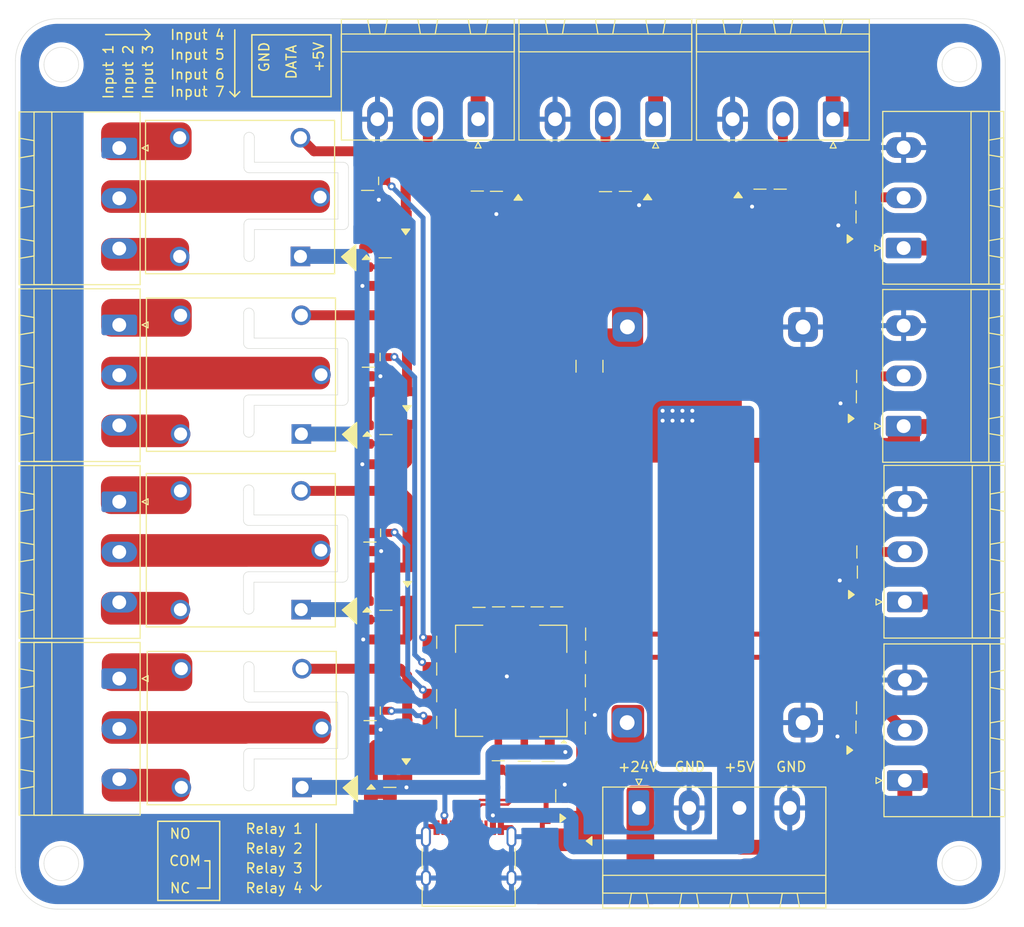
<source format=kicad_pcb>
(kicad_pcb (version 20211014) (generator pcbnew)
  (layers (0 "F.Cu" signal) (31 "B.Cu" signal) (34 "B.Paste" user) (35 "F.Paste" user) (36 "B.SilkS" user "B.Silkscreen") (37 "F.SilkS" user "F.Silkscreen") (38 "B.Mask" user) (39 "F.Mask" user) (44 "Edge.Cuts" user))
  (net 0 "")
  (net 1 "GND")
  (net 2 "Net-(C1-Pad2)")
  (net 3 "Net-(C2-Pad2)")
  (net 4 "Net-(C6-Pad2)")
  (net 5 "Net-(C7-Pad2)")
  (net 6 "+5V")
  (net 7 "Net-(D2-Pad2)")
  (net 8 "Net-(D6-Pad2)")
  (net 9 "Net-(D10-Pad2)")
  (net 10 "Net-(D14-Pad2)")
  (net 11 "/COM1")
  (net 12 "/NC_1")
  (net 13 "/NO_1")
  (net 14 "/COM2")
  (net 15 "/NC_2")
  (net 16 "/NO_2")
  (net 17 "/COM3")
  (net 18 "/NC_3")
  (net 19 "/NO_3")
  (net 20 "/COM4")
  (net 21 "/NC_4")
  (net 22 "/NO_4")
  (net 23 "Net-(Q1-Pad1)")
  (net 24 "Net-(Q2-Pad1)")
  (net 25 "Net-(Q3-Pad1)")
  (net 26 "Net-(Q4-Pad1)")
  (net 27 "/UDM")
  (net 28 "/UDP")
  (net 29 "/Protected_Input_7")
  (net 30 "/Digital_Input_7")
  (net 31 "/Protected_Input_6")
  (net 32 "/Digital_Input_6")
  (net 33 "/Relay_Signal_1")
  (net 34 "/Protected_Input_5")
  (net 35 "/Digital_Input_5")
  (net 36 "/Protected_Input_4")
  (net 37 "/Digital_Input_4")
  (net 38 "/Relay_Signal_2")
  (net 39 "/Protected_Input_3")
  (net 40 "/Digital_Input_3")
  (net 41 "/Protected_Input_2")
  (net 42 "/Digital_Input_2")
  (net 43 "/Relay_Signal_3")
  (net 44 "/Protected_Input_1")
  (net 45 "/Digital_Input_1")
  (net 46 "/Relay_Signal_4")
  (net 47 "Net-(C11-Pad2)")
  (net 48 "+24V")
  (net 49 "Net-(C3-Pad2)")
  (net 50 "Net-(C4-Pad2)")
  (net 51 "Net-(C5-Pad2)")
  (net 52 "Net-(D1-Pad2)")
  (net 53 "Net-(D5-Pad2)")
  (net 54 "Net-(D10-Pad1)")
  (net 55 "Net-(D13-Pad2)")
  (net 56 "/Protected 24V")
  (net 57 "Net-(D16-Pad2)")
  (net 58 "Net-(J12-PadA6)")
  (net 61 "Net-(J12-PadA7)")
  (net 64 "Net-(F1-Pad1)")
  (footprint "Ambino Custom SIP:R_0805_2012Metric" (layer "F.Cu") (at 158.2 122.175 180)
    (fp_text reference "R29" hide)
    (fp_text value "100k")
  )
  (footprint "Ambino Custom SIP:D_SOD-123" (layer "F.Cu") (at 143.05 65.125 90)
    (fp_text reference "D13" hide)
    (fp_text value "1N4148")
  )
  (footprint "Ambino Custom SIP:R_0805_2012Metric" (layer "F.Cu") (at 150.275 61.045 -90)
    (fp_text reference "R24" hide)
    (fp_text value "4k7")
  )
  (footprint "Ambino Custom SIP:D_SOD-123" (layer "F.Cu") (at 143.225 100.75 90)
    (fp_text reference "D5" hide)
    (fp_text value "1N4148")
  )
  (footprint "Connector_Phoenix_MSTB:PhoenixContact_MSTBA_2,5_3-G-5,08_1x03_P5.08mm_Horizontal" (layer "F.Cu") (at 114.1025 110.324998 -90)
    (fp_text reference "J1" hide)
    (fp_text value "Conn_01x03_Female")
  )
  (footprint "Ambino Custom SIP:D_SOD-123" (layer "F.Cu") (at 143.175 82.975 90)
    (fp_text reference "D9" hide)
    (fp_text value "1N4148")
  )
  (footprint "Ambino Custom SIP:C_0805_2012Metric" (layer "F.Cu") (at 178.85 60.85 90)
    (fp_text reference "C5" hide)
    (fp_text value "104")
  )
  (footprint "Ambino Custom SIP:R_0805_2012Metric" (layer "F.Cu") (at 180.875 60.85 -90)
    (fp_text reference "R17" hide)
    (fp_text value "4k7")
  )
  (footprint "Ambino Custom SIP:R_0805_2012Metric" (layer "F.Cu") (at 140.97 67.79 90)
    (fp_text reference "R22" hide)
    (fp_text value "1K")
  )
  (footprint "Ambino Custom SIP:R_0805_2012Metric" (layer "F.Cu") (at 155.025 118.6775 90)
    (fp_text reference "R28" hide)
    (fp_text value "R_Small")
  )
  (footprint "Ambino Custom SIP:R_0805_2012Metric" (layer "F.Cu") (at 139.275 78.85 90)
    (fp_text reference "R19" hide)
    (fp_text value "10K")
  )
  (footprint "Ambino Custom SIP:C_0805_2012Metric" (layer "F.Cu") (at 165.25 61.075 90)
    (fp_text reference "C6" hide)
    (fp_text value "104")
  )
  (footprint "Ambino Custom SIP:R_0805_2012Metric" (layer "F.Cu") (at 146.175 112.0525 180)
    (fp_text reference "R11" hide)
    (fp_text value "1K")
  )
  (footprint "Connector_Phoenix_MSTB:PhoenixContact_MSTBA_2,5_3-G-5,08_1x03_P5.08mm_Horizontal" (layer "F.Cu") (at 193.4725 120.63 90)
    (fp_text reference "J3" hide)
    (fp_text value "Conn_01x03_Female")
  )
  (footprint "Ambino Custom SIP:LM2596 module" (layer "F.Cu") (at 158.4832 93.654428 90)
    (fp_text reference "U2" hide)
    (fp_text value "LM2596")
  )
  (footprint "Ambino Custom SIP:R_0805_2012Metric" (layer "F.Cu") (at 154.375 103.05 -90)
    (fp_text reference "R16" hide)
    (fp_text value "4k7")
  )
  (footprint "Ambino Custom SIP:RELAY_SRD-05VDC-SL-C" (layer "F.Cu") (at 126.3075 61.65 180)
    (fp_text reference "K4" hide)
    (fp_text value "SRD-05VDC-SL-C")
  )
  (footprint "Connector_USB:USB_C_Receptacle_HRO_TYPE-C-31-M-12" (layer "F.Cu") (at 149.405 129.435)
    (fp_text reference "J12" hide)
    (fp_text value "USB_C_Receptacle_USB2.0" hide)
  )
  (footprint "Connector_Phoenix_MSTB:PhoenixContact_MSTBA_2,5_3-G-5,08_1x03_P5.08mm_Horizontal" (layer "F.Cu") (at 193.3475 84.805 90)
    (fp_text reference "J5" hide)
    (fp_text value "Conn_01x03_Female")
  )
  (footprint "Ambino Custom SIP:LED_0805_2012Metric" (layer "F.Cu") (at 139.05 67.79 -90)
    (fp_text reference "D14" hide)
    (fp_text value "LED_RED")
  )
  (footprint "Ambino Custom SIP:R_0805_2012Metric" (layer "F.Cu") (at 141.44 121.32 90)
    (fp_text reference "R1" hide)
    (fp_text value "1K")
  )
  (footprint "Ambino Custom SIP:C_0805_2012Metric" (layer "F.Cu") (at 161.2 115.3025 180)
    (fp_text reference "C9" hide)
    (fp_text value "106")
  )
  (footprint "Connector_Phoenix_MSTB:PhoenixContact_MSTBA_2,5_3-G-5,08_1x03_P5.08mm_Horizontal" (layer "F.Cu") (at 150.355 53.7775 180)
    (fp_text reference "J10" hide)
    (fp_text value "Conn_01x03_Female")
  )
  (footprint "Connector_Phoenix_MSTB:PhoenixContact_MSTBA_2,5_3-G-5,08_1x03_P5.08mm_Horizontal" (layer "F.Cu") (at 186.23 53.7775 180)
    (fp_text reference "J7" hide)
    (fp_text value "Conn_01x03_Female")
  )
  (footprint "Connector_Phoenix_MSTB:PhoenixContact_MSTBA_2,5_3-G-5,08_1x03_P5.08mm_Horizontal" (layer "F.Cu") (at 193.3475 66.805 90)
    (fp_text reference "J6" hide)
    (fp_text value "Conn_01x03_Female")
  )
  (footprint "Ambino Custom SIP:R_0805_2012Metric" (layer "F.Cu") (at 188.5875 113.275 180)
    (fp_text reference "R7" hide)
    (fp_text value "4k7")
  )
  (footprint "Ambino Custom SIP:RELAY_SRD-05VDC-SL-C" (layer "F.Cu") (at 126.475 115.325 180)
    (fp_text reference "K1" hide)
    (fp_text value "SRD-05VDC-SL-C")
  )
  (footprint "Ambino Custom SIP:SOT-23" (layer "F.Cu") (at 142.025 60.975)
    (fp_text reference "Q4" hide)
    (fp_text value "MMBT2222")
  )
  (footprint "Ambino Custom SIP:R_0805_2012Metric" (layer "F.Cu") (at 146.175 106.6525 180)
    (fp_text reference "R25" hide)
    (fp_text value "1K")
  )
  (footprint "Ambino Custom SIP:R_0805_2012Metric" (layer "F.Cu") (at 188.6 79.775 180)
    (fp_text reference "R10" hide)
    (fp_text value "4k7")
  )
  (footprint "Ambino Custom SIP:R_0805_2012Metric" (layer "F.Cu") (at 188.5125 61.675 180)
    (fp_text reference "R14" hide)
    (fp_text value "4k7")
  )
  (footprint "Ambino Custom SIP:R_0805_2012Metric" (layer "F.Cu") (at 150.45 103.125 -90)
    (fp_text reference "R23" hide)
    (fp_text value "4k7")
  )
  (footprint "Ambino Custom SIP:R_0805_2012Metric" (layer "F.Cu") (at 141.05 85.66 90)
    (fp_text reference "R15" hide)
    (fp_text value "1K")
  )
  (footprint "Ambino Custom SIP:C_0805_2012Metric" (layer "F.Cu") (at 188.575 81.85)
    (fp_text reference "C3" hide)
    (fp_text value "104")
  )
  (footprint "Ambino Custom SIP:SOT-23" (layer "F.Cu") (at 142.175 78.775)
    (fp_text reference "Q3" hide)
    (fp_text value "MMBT2222")
  )
  (footprint "Ambino Custom SIP:D_SOD-123" (layer "F.Cu") (at 187.8875 65.875 180)
    (fp_text reference "D8" hide)
    (fp_text value "D_Zener")
  )
  (footprint "Ambino Custom SIP:R_0805_2012Metric" (layer "F.Cu") (at 163.225 61.1 -90)
    (fp_text reference "R21" hide)
    (fp_text value "4k7")
  )
  (footprint "Ambino Custom SIP:D_SOD-123" (layer "F.Cu") (at 158.875 124.425 180)
    (fp_text reference "D16" hide)
    (fp_text value "BZT52C10")
  )
  (footprint "Connector_Phoenix_MSTB:PhoenixContact_MSTBA_2,5_3-G-5,08_1x03_P5.08mm_Horizontal" (layer "F.Cu") (at 193.4725 102.58 90)
    (fp_text reference "J2" hide)
    (fp_text value "Conn_01x03_Female")
  )
  (footprint "Ambino Custom SIP:R_0805_2012Metric" (layer "F.Cu") (at 146.175 114.7525 180)
    (fp_text reference "R4" hide)
    (fp_text value "1K")
  )
  (footprint "Connector_Phoenix_MSTB:PhoenixContact_MSTBA_2,5_3-G-5,08_1x03_P5.08mm_Horizontal" (layer "F.Cu") (at 114.1025 56.695 -90)
    (fp_text reference "J11" hide)
    (fp_text value "Conn_01x03_Female")
  )
  (footprint "Connector_Phoenix_MSTB:PhoenixContact_MSTBA_2,5_3-G-5,08_1x03_P5.08mm_Horizontal" (layer "F.Cu") (at 168.2925 53.7775 180)
    (fp_text reference "J8" hide)
    (fp_text value "Conn_01x03_Female")
  )
  (footprint "Ambino Custom SIP:D_SOD-123" (layer "F.Cu") (at 143.1 118.675 90)
    (fp_text reference "D1" hide)
    (fp_text value "1N4148")
  )
  (footprint "Ambino Custom SIP:LED_0805_2012Metric" (layer "F.Cu") (at 139.12 103.425 -90)
    (fp_text reference "D6" hide)
    (fp_text value "LED_RED")
  )
  (footprint "Ambino Custom SIP:R_0805_2012Metric" (layer "F.Cu") (at 139.45 114.575 90)
    (fp_text reference "R5" hide)
    (fp_text value "10K")
  )
  (footprint "Ambino Custom SIP:R_0805_2012Metric" (layer "F.Cu") (at 158.3 103.075 -90)
    (fp_text reference "R9" hide)
    (fp_text value "4k7")
  )
  (footprint "Connector_Phoenix_MSTB:PhoenixContact_MSTBA_2,5_3-G-5,08_1x03_P5.08mm_Horizontal" (layer "F.Cu") (at 114.1025 74.571666 -90)
    (fp_text reference "J9" hide)
    (fp_text value "Conn_01x03_Female")
  )
  (footprint "Ambino Custom SIP:C_0805_2012Metric" (layer "F.Cu") (at 157.45 118.7025 90)
    (fp_text reference "C10" hide)
    (fp_text value "104")
  )
  (footprint "Ambino Custom SIP:C_0805_2012Metric" (layer "F.Cu") (at 152.225 61.07 90)
    (fp_text reference "C7" hide)
    (fp_text value "104")
  )
  (footprint "Ambino Custom SIP:R_0805_2012Metric" (layer "F.Cu") (at 141.04 103.42 90)
    (fp_text reference "R8" hide)
    (fp_text value "1K")
  )
  (footprint "Ambino Custom SIP:R_0805_2012Metric" (layer "F.Cu") (at 152.425 103.075 -90)
    (fp_text reference "R20" hide)
    (fp_text value "4k7")
  )
  (footprint "Ambino Custom SIP:D_SOD-123" (layer "F.Cu") (at 188.025 101.825 180)
    (fp_text reference "D3" hide)
    (fp_text value "BZT52C5V6 5.6V zener")
  )
  (footprint "Ambino Custom SIP:RELAY_SRD-05VDC-SL-C" (layer "F.Cu") (at 126.4 79.6 180)
    (fp_text reference "K3" hide)
    (fp_text value "SRD-05VDC-SL-C")
  )
  (footprint "Ambino Custom SIP:SOP-8_3.9x4.9mm_P1.27mm" (layer "F.Cu") (at 158.75 129.425 -90)
    (fp_text reference "Q5" hide)
    (fp_text value "AO3401A")
  )
  (footprint "Ambino Custom SIP:D_SOD-123" (layer "F.Cu") (at 188 84.025 180)
    (fp_text reference "D7" hide)
    (fp_text value "D_Zener")
  )
  (footprint "Ambino Custom SIP:D_SOD-123" (layer "F.Cu") (at 167.475 61.675 -90)
    (fp_text reference "D12" hide)
    (fp_text value "D_Zener")
  )
  (footprint "Ambino Custom SIP:D_SOD-123" (layer "F.Cu") (at 176.625 61.475 -90)
    (fp_text reference "D11" hide)
    (fp_text value "D_Zener")
  )
  (footprint "Ambino Custom SIP:D_SOD-123" (layer "F.Cu") (at 187.8625 117.55 180)
    (fp_text reference "D4" hide)
    (fp_text value "D_Zener")
  )
  (footprint "Connector_Phoenix_MSTB:PhoenixContact_MSTBA_2,5_3-G-5,08_1x03_P5.08mm_Horizontal" (layer "F.Cu") (at 114.1025 92.448332 -90)
    (fp_text reference "J4" hide)
    (fp_text value "Conn_01x03_Female")
  )
  (footprint "Ambino Custom SIP:C_0805_2012Metric" (layer "F.Cu") (at 188.675 99.575)
    (fp_text reference "C1" hide)
    (fp_text value "104")
  )
  (footprint "Ambino Custom SIP:R_0805_2012Metric" (layer "F.Cu") (at 139.2 60.975 90)
    (fp_text reference "R26" hide)
    (fp_text value "10K")
  )
  (footprint "Ambino Custom SIP:C_0805_2012Metric" (layer "F.Cu") (at 161.2 110.52 180)
    (fp_text reference "C11" hide)
    (fp_text value "104")
  )
  (footprint "Ambino Custom SIP:R_0805_2012Metric" (layer "F.Cu") (at 161.22 108.15875 180)
    (fp_text reference "R6" hide)
    (fp_text value "4k7")
  )
  (footprint "Ambino Custom SIP:R_0805_2012Metric" (layer "F.Cu") (at 146.175 109.3525 180)
    (fp_text reference "R18" hide)
    (fp_text value "1K")
  )
  (footprint "Ambino Custom SIP:C_0805_2012Metric" (layer "F.Cu") (at 188.5375 63.675)
    (fp_text reference "C4" hide)
    (fp_text value "104")
  )
  (footprint "Ambino Custom SIP:C_0805_2012Metric" (layer "F.Cu") (at 161.2 112.91125 180)
    (fp_text reference "C8" hide)
    (fp_text value "105")
  )
  (footprint "Ambino Custom SIP:LED_0805_2012Metric" (layer "F.Cu") (at 139.13 85.66 -90)
    (fp_text reference "D10" hide)
    (fp_text value "LED_RED")
  )
  (footprint "Ambino Custom SIP:RELAY_SRD-05VDC-SL-C" (layer "F.Cu") (at 126.3825 97.35 180)
    (fp_text reference "K2" hide)
    (fp_text value "SRD-05VDC-SL-C")
  )
  (footprint "Ambino Custom SIP:R_0805_2012Metric" (layer "F.Cu") (at 156.325 103.075 -90)
    (fp_text reference "R13" hide)
    (fp_text value "4k7")
  )
  (footprint "Ambino Custom SIP:R_0805_2012Metric" (layer "F.Cu") (at 152.4 118.6275 90)
    (fp_text reference "R27" hide)
    (fp_text value "R_Small")
  )
  (footprint "Connector_Phoenix_MSTB:PhoenixContact_MSTBA_2,5_4-G-5,08_1x04_P5.08mm_Horizontal" (layer "F.Cu") (at 166.6 123.4)
    (fp_text reference "J13" hide)
    (fp_text value "Conn_01x04_Female")
  )
  (footprint "Ambino Custom SIP:SOT-23" (layer "F.Cu") (at 142.2 114.525)
    (fp_text reference "Q1" hide)
    (fp_text value "MMBT2222")
  )
  (footprint "Ambino Custom SIP:C_0805_2012Metric" (layer "F.Cu") (at 188.5375 115.25)
    (fp_text reference "C2" hide)
    (fp_text value "104")
  )
  (footprint "Ambino Custom SIP:BGA-16_4x4_11.0x11.0mm" (layer "F.Cu") (at 153.7 110.55 180)
    (fp_text reference "U1" hide)
    (fp_text value "AmbinoA1-Ambino_A1")
  )
  (footprint "Fuse:Fuse_1210_3225Metric" (layer "F.Cu") (at 161.61 78.75 -90)
    (fp_text reference "F1" hide)
    (fp_text value "Fuse_Small")
  )
  (footprint "Ambino Custom SIP:R_0805_2012Metric" (layer "F.Cu") (at 161.22 105.8275 180)
    (fp_text reference "R2" hide)
    (fp_text value "4k7")
  )
  (footprint "Ambino Custom SIP:D_SOD-123" (layer "F.Cu") (at 154.4 61.72 -90)
    (fp_text reference "D15" hide)
    (fp_text value "D_Zener")
  )
  (footprint "Ambino Custom SIP:LED_0805_2012Metric" (layer "F.Cu") (at 139.525 121.325 -90)
    (fp_text reference "D2" hide)
    (fp_text value "LED_RED")
  )
  (footprint "Ambino Custom SIP:SOT-23" (layer "F.Cu") (at 142.225 96.55)
    (fp_text reference "Q2" hide)
    (fp_text value "MMBT2222")
  )
  (footprint "Ambino Custom SIP:R_0805_2012Metric" (layer "F.Cu") (at 139.425 96.525 90)
    (fp_text reference "R12" hide)
    (fp_text value "10K")
  )
  (footprint "Ambino Custom SIP:R_0805_2012Metric" (layer "F.Cu") (at 188.625 97.525 180)
    (fp_text reference "R3" hide)
    (fp_text value "4k7")
  )
  (gr_line (start 124.25 124.75) (end 124.25 132.75) (layer "F.SilkS") (width 0.15))
  (gr_line (start 134 125) (end 134 131.5) (layer "F.SilkS") (width 0.15))
  (gr_line (start 135.5 45.5) (end 135.5 51.5) (layer "F.SilkS") (width 0.15))
  (gr_line (start 134 131.5) (end 134 131.75) (layer "F.SilkS") (width 0.15))
  (gr_line (start 118 132.75) (end 118 124.75) (layer "F.SilkS") (width 0.15))
  (gr_line (start 124.25 132.75) (end 118 132.75) (layer "F.SilkS") (width 0.15))
  (gr_line (start 135.5 51.5) (end 127.5 51.5) (layer "F.SilkS") (width 0.15))
  (gr_line (start 127.5 45.25) (end 135.5 45.25) (layer "F.SilkS") (width 0.15))
  (gr_line (start 118.25 124.75) (end 124.25 124.75) (layer "F.SilkS") (width 0.15))
  (gr_line (start 134 131.75) (end 134.5 131.25) (layer "F.SilkS") (width 0.15))
  (gr_line (start 125.775 51.25) (end 125.775 51.5) (layer "F.SilkS") (width 0.15))
  (gr_line (start 125.775 44.75) (end 125.775 51.25) (layer "F.SilkS") (width 0.15))
  (gr_line (start 127.5 51.5) (end 127.5 45.25) (layer "F.SilkS") (width 0.15))
  (gr_line (start 116.975 45.225) (end 112.725 45.225) (layer "F.SilkS") (width 0.15))
  (gr_line (start 135.5 45.5) (end 135.5 45.25) (layer "F.SilkS") (width 0.15))
  (gr_line (start 125.775 51.5) (end 125.275 51) (layer "F.SilkS") (width 0.15))
  (gr_line (start 116.975 45.225) (end 117.225 45.225) (layer "F.SilkS") (width 0.15))
  (gr_line (start 117.225 45.225) (end 116.725 44.725) (layer "F.SilkS") (width 0.15))
  (gr_line (start 117.225 45.225) (end 116.725 45.725) (layer "F.SilkS") (width 0.15))
  (gr_line (start 134 131.75) (end 133.5 131.25) (layer "F.SilkS") (width 0.15))
  (gr_line (start 123.25 131.5) (end 122 131.5) (layer "F.SilkS") (width 0.15))
  (gr_line (start 125.775 51.5) (end 126.275 51) (layer "F.SilkS") (width 0.15))
  (gr_line (start 118.25 124.75) (end 118 124.75) (layer "F.SilkS") (width 0.15))
  (gr_line (start 122.75 128.75) (end 123.25 128.75) (layer "F.SilkS") (width 0.15))
  (gr_line (start 123.25 128.75) (end 123.25 131.5) (layer "F.SilkS") (width 0.15))
  (gr_curve (pts (xy 103.614016 129.394978) (xy 103.614016 131.723173) (xy 105.51881 133.628009) (xy 107.847005 133.628009)) (layer "Edge.Cuts") (width 0.05))
  (gr_curve (pts (xy 126.667808 76.434096) (xy 126.667808 76.434096) (xy 126.667808 73.4) (xy 126.667808 73.4)) (layer "Edge.Cuts") (width 0.05))
  (gr_curve (pts (xy 197.231687 48.260309) (xy 197.231687 47.293787) (xy 198.015188 46.510287) (xy 198.981666 46.510287)) (layer "Edge.Cuts") (width 0.05))
  (gr_curve (pts (xy 126.700149 67.628432) (xy 126.700149 67.628432) (xy 126.700149 64.404167) (xy 126.700149 64.404167)) (layer "Edge.Cuts") (width 0.05))
  (gr_curve (pts (xy 127.229316 59.191737) (xy 126.936999 59.191737) (xy 126.700149 58.954715) (xy 126.700149 58.662571)) (layer "Edge.Cuts") (width 0.05))
  (gr_curve (pts (xy 126.700149 58.662571) (xy 126.700149 58.662571) (xy 126.700149 55.628475) (xy 126.700149 55.628475)) (layer "Edge.Cuts") (width 0.05))
  (gr_curve (pts (xy 127.726142 82.704859) (xy 127.726142 82.704859) (xy 127.726142 85.399957) (xy 127.726142 85.399957)) (layer "Edge.Cuts") (width 0.05))
  (gr_curve (pts (xy 127.179319 99.523255) (xy 127.179319 99.523255) (xy 136.150003 99.523255) (xy 136.150003 99.523255)) (layer "Edge.Cuts") (width 0.05))
  (gr_curve (pts (xy 137.208336 94.310826) (xy 137.208336 94.310826) (xy 137.208336 100.052422) (xy 137.208336 100.052422)) (layer "Edge.Cuts") (width 0.05))
  (gr_curve (pts (xy 127.229316 68.157598) (xy 126.936999 68.157598) (xy 126.700149 67.920576) (xy 126.700149 67.628432)) (layer "Edge.Cuts") (width 0.05))
  (gr_curve (pts (xy 108.246292 130.745713) (xy 107.27977 130.745713) (xy 106.496269 129.962213) (xy 106.496269 128.995691)) (layer "Edge.Cuts") (width 0.05))
  (gr_curve (pts (xy 127.196975 85.929124) (xy 126.904658 85.929124) (xy 126.667808 85.692101) (xy 126.667808 85.399957)) (layer "Edge.Cuts") (width 0.05))
  (gr_curve (pts (xy 127.196975 108.614259) (xy 127.489291 108.614259) (xy 127.726142 108.851282) (xy 127.726142 109.143426)) (layer "Edge.Cuts") (width 0.05))
  (gr_curve (pts (xy 137.225992 82.175692) (xy 137.225992 82.467836) (xy 136.989142 82.704859) (xy 136.696826 82.704859)) (layer "Edge.Cuts") (width 0.05))
  (gr_curve (pts (xy 136.696826 111.648355) (xy 136.989142 111.648355) (xy 137.225992 111.885377) (xy 137.225992 112.177521)) (layer "Edge.Cuts") (width 0.05))
  (gr_curve (pts (xy 127.726142 85.399957) (xy 127.726142 85.692101) (xy 127.489291 85.929124) (xy 127.196975 85.929124)) (layer "Edge.Cuts") (width 0.05))
  (gr_curve (pts (xy 199.380996 133.628009) (xy 201.709149 133.628009) (xy 203.613985 131.723173) (xy 203.613985 129.394978)) (layer "Edge.Cuts") (width 0.05))
  (gr_curve (pts (xy 126.650152 94.310826) (xy 126.650152 94.310826) (xy 126.650152 91.27673) (xy 126.650152 91.27673)) (layer "Edge.Cuts") (width 0.05))
  (gr_curve (pts (xy 109.996314 128.995691) (xy 109.996314 129.962213) (xy 109.212813 130.745713) (xy 108.246292 130.745713)) (layer "Edge.Cuts") (width 0.05))
  (gr_curve (pts (xy 197.231687 128.995691) (xy 197.231687 128.029213) (xy 198.015188 127.245712) (xy 198.981666 127.245712)) (layer "Edge.Cuts") (width 0.05))
  (gr_curve (pts (xy 109.996314 48.260309) (xy 109.996314 49.226787) (xy 109.212813 50.010288) (xy 108.246292 50.010288)) (layer "Edge.Cuts") (width 0.05))
  (gr_curve (pts (xy 137.258333 58.662571) (xy 137.258333 58.662571) (xy 137.258333 64.404167) (xy 137.258333 64.404167)) (layer "Edge.Cuts") (width 0.05))
  (gr_curve (pts (xy 127.179319 90.747563) (xy 127.471635 90.747563) (xy 127.708485 90.984586) (xy 127.708485 91.27673)) (layer "Edge.Cuts") (width 0.05))
  (gr_curve (pts (xy 136.150003 99.523255) (xy 136.150003 99.523255) (xy 136.150003 94.839992) (xy 136.150003 94.839992)) (layer "Edge.Cuts") (width 0.05))
  (gr_curve (pts (xy 103.614016 47.861022) (xy 103.614016 47.861022) (xy 103.614016 129.394978) (xy 103.614016 129.394978)) (layer "Edge.Cuts") (width 0.05))
  (gr_curve (pts (xy 136.696826 118.448284) (xy 136.696826 118.448284) (xy 127.726142 118.448284) (xy 127.726142 118.448284)) (layer "Edge.Cuts") (width 0.05))
  (gr_curve (pts (xy 136.729166 58.133404) (xy 137.021483 58.133404) (xy 137.258333 58.370427) (xy 137.258333 58.662571)) (layer "Edge.Cuts") (width 0.05))
  (gr_curve (pts (xy 136.167659 81.646525) (xy 136.167659 81.646525) (xy 136.167659 76.963263) (xy 136.167659 76.963263)) (layer "Edge.Cuts") (width 0.05))
  (gr_curve (pts (xy 136.729166 64.933334) (xy 136.729166 64.933334) (xy 127.758482 64.933334) (xy 127.758482 64.933334)) (layer "Edge.Cuts") (width 0.05))
  (gr_curve (pts (xy 136.696826 75.904929) (xy 136.989142 75.904929) (xy 137.225992 76.141952) (xy 137.225992 76.434096)) (layer "Edge.Cuts") (width 0.05))
  (gr_curve (pts (xy 126.667808 85.399957) (xy 126.667808 85.399957) (xy 126.667808 82.175692) (xy 126.667808 82.175692)) (layer "Edge.Cuts") (width 0.05))
  (gr_curve (pts (xy 127.726142 118.448284) (xy 127.726142 118.448284) (xy 127.726142 121.143382) (xy 127.726142 121.143382)) (layer "Edge.Cuts") (width 0.05))
  (gr_curve (pts (xy 126.667808 112.177521) (xy 126.667808 112.177521) (xy 126.667808 109.143426) (xy 126.667808 109.143426)) (layer "Edge.Cuts") (width 0.05))
  (gr_curve (pts (xy 137.208336 100.052422) (xy 137.208336 100.344566) (xy 136.971486 100.581588) (xy 136.67917 100.581588)) (layer "Edge.Cuts") (width 0.05))
  (gr_curve (pts (xy 126.650152 103.276687) (xy 126.650152 103.276687) (xy 126.650152 100.052422) (xy 126.650152 100.052422)) (layer "Edge.Cuts") (width 0.05))
  (gr_curve (pts (xy 126.650152 100.052422) (xy 126.650152 99.760278) (xy 126.887002 99.523255) (xy 127.179319 99.523255)) (layer "Edge.Cuts") (width 0.05))
  (gr_curve (pts (xy 137.225992 76.434096) (xy 137.225992 76.434096) (xy 137.225992 82.175692) (xy 137.225992 82.175692)) (layer "Edge.Cuts") (width 0.05))
  (gr_curve (pts (xy 127.726142 75.904929) (xy 127.726142 75.904929) (xy 136.696826 75.904929) (xy 136.696826 75.904929)) (layer "Edge.Cuts") (width 0.05))
  (gr_curve (pts (xy 136.167659 76.963263) (xy 136.167659 76.963263) (xy 127.196975 76.963263) (xy 127.196975 76.963263)) (layer "Edge.Cuts") (width 0.05))
  (gr_curve (pts (xy 106.496269 128.995691) (xy 106.496269 128.029213) (xy 107.27977 127.245712) (xy 108.246292 127.245712)) (layer "Edge.Cuts") (width 0.05))
  (gr_curve (pts (xy 127.229316 63.875) (xy 127.229316 63.875) (xy 136.2 63.875) (xy 136.2 63.875)) (layer "Edge.Cuts") (width 0.05))
  (gr_curve (pts (xy 203.613985 129.394978) (xy 203.613985 129.394978) (xy 203.613985 47.861022) (xy 203.613985 47.861022)) (layer "Edge.Cuts") (width 0.05))
  (gr_curve (pts (xy 198.981666 46.510287) (xy 199.948188 46.510287) (xy 200.731689 47.293787) (xy 200.731689 48.260309)) (layer "Edge.Cuts") (width 0.05))
  (gr_curve (pts (xy 126.700149 55.628475) (xy 126.700149 55.336331) (xy 126.936999 55.099309) (xy 127.229316 55.099309)) (layer "Edge.Cuts") (width 0.05))
  (gr_curve (pts (xy 127.196975 112.706688) (xy 126.904658 112.706688) (xy 126.667808 112.469665) (xy 126.667808 112.177521)) (layer "Edge.Cuts") (width 0.05))
  (gr_curve (pts (xy 127.758482 58.133404) (xy 127.758482 58.133404) (xy 136.729166 58.133404) (xy 136.729166 58.133404)) (layer "Edge.Cuts") (width 0.05))
  (gr_curve (pts (xy 127.758482 55.628475) (xy 127.758482 55.628475) (xy 127.758482 58.133404) (xy 127.758482 58.133404)) (layer "Edge.Cuts") (width 0.05))
  (gr_curve (pts (xy 199.380996 43.627991) (xy 199.380996 43.627991) (xy 107.847005 43.627991) (xy 107.847005 43.627991)) (layer "Edge.Cuts") (width 0.05))
  (gr_curve (pts (xy 126.667808 73.4) (xy 126.667808 73.107856) (xy 126.904658 72.870834) (xy 127.196975 72.870834)) (layer "Edge.Cuts") (width 0.05))
  (gr_curve (pts (xy 108.246292 127.245712) (xy 109.212813 127.245712) (xy 109.996314 128.029213) (xy 109.996314 128.995691)) (layer "Edge.Cuts") (width 0.05))
  (gr_curve (pts (xy 127.196975 81.646525) (xy 127.196975 81.646525) (xy 136.167659 81.646525) (xy 136.167659 81.646525)) (layer "Edge.Cuts") (width 0.05))
  (gr_curve (pts (xy 127.726142 109.143426) (xy 127.726142 109.143426) (xy 127.726142 111.648355) (xy 127.726142 111.648355)) (layer "Edge.Cuts") (width 0.05))
  (gr_curve (pts (xy 127.708485 91.27673) (xy 127.708485 91.27673) (xy 127.708485 93.781659) (xy 127.708485 93.781659)) (layer "Edge.Cuts") (width 0.05))
  (gr_curve (pts (xy 137.258333 64.404167) (xy 137.258333 64.696311) (xy 137.021483 64.933334) (xy 136.729166 64.933334)) (layer "Edge.Cuts") (width 0.05))
  (gr_curve (pts (xy 107.847005 43.627991) (xy 105.51881 43.627991) (xy 103.614016 45.532827) (xy 103.614016 47.861022)) (layer "Edge.Cuts") (width 0.05))
  (gr_curve (pts (xy 136.150003 94.839992) (xy 136.150003 94.839992) (xy 127.179319 94.839992) (xy 127.179319 94.839992)) (layer "Edge.Cuts") (width 0.05))
  (gr_curve (pts (xy 127.758482 67.628432) (xy 127.758482 67.920576) (xy 127.521632 68.157598) (xy 127.229316 68.157598)) (layer "Edge.Cuts") (width 0.05))
  (gr_curve (pts (xy 203.613985 47.861022) (xy 203.613985 45.532827) (xy 201.709149 43.627991) (xy 199.380996 43.627991)) (layer "Edge.Cuts") (width 0.05))
  (gr_curve (pts (xy 137.225992 112.177521) (xy 137.225992 112.177521) (xy 137.225992 117.919117) (xy 137.225992 117.919117)) (layer "Edge.Cuts") (width 0.05))
  (gr_curve (pts (xy 127.726142 111.648355) (xy 127.726142 111.648355) (xy 136.696826 111.648355) (xy 136.696826 111.648355)) (layer "Edge.Cuts") (width 0.05))
  (gr_curve (pts (xy 127.726142 73.4) (xy 127.726142 73.4) (xy 127.726142 75.904929) (xy 127.726142 75.904929)) (layer "Edge.Cuts") (width 0.05))
  (gr_curve (pts (xy 198.981666 130.745713) (xy 198.015188 130.745713) (xy 197.231687 129.962213) (xy 197.231687 128.995691)) (layer "Edge.Cuts") (width 0.05))
  (gr_curve (pts (xy 136.2 59.191737) (xy 136.2 59.191737) (xy 127.229316 59.191737) (xy 127.229316 59.191737)) (layer "Edge.Cuts") (width 0.05))
  (gr_curve (pts (xy 126.650152 91.27673) (xy 126.650152 90.984586) (xy 126.887002 90.747563) (xy 127.179319 90.747563)) (layer "Edge.Cuts") (width 0.05))
  (gr_curve (pts (xy 127.196975 121.672549) (xy 126.904658 121.672549) (xy 126.667808 121.435526) (xy 126.667808 121.143382)) (layer "Edge.Cuts") (width 0.05))
  (gr_curve (pts (xy 137.225992 117.919117) (xy 137.225992 118.211262) (xy 136.989142 118.448284) (xy 136.696826 118.448284)) (layer "Edge.Cuts") (width 0.05))
  (gr_curve (pts (xy 108.246292 46.510287) (xy 109.212813 46.510287) (xy 109.996314 47.293787) (xy 109.996314 48.260309)) (layer "Edge.Cuts") (width 0.05))
  (gr_curve (pts (xy 127.726142 121.143382) (xy 127.726142 121.435526) (xy 127.489291 121.672549) (xy 127.196975 121.672549)) (layer "Edge.Cuts") (width 0.05))
  (gr_curve (pts (xy 127.708485 103.276687) (xy 127.708485 103.568831) (xy 127.471635 103.805853) (xy 127.179319 103.805853)) (layer "Edge.Cuts") (width 0.05))
  (gr_curve (pts (xy 107.847005 133.628009) (xy 107.847005 133.628009) (xy 199.380996 133.628009) (xy 199.380996 133.628009)) (layer "Edge.Cuts") (width 0.05))
  (gr_curve (pts (xy 126.700149 64.404167) (xy 126.700149 64.112023) (xy 126.936999 63.875) (xy 127.229316 63.875)) (layer "Edge.Cuts") (width 0.05))
  (gr_curve (pts (xy 127.229316 55.099309) (xy 127.521632 55.099309) (xy 127.758482 55.336331) (xy 127.758482 55.628475)) (layer "Edge.Cuts") (width 0.05))
  (gr_curve (pts (xy 200.731689 128.995691) (xy 200.731689 129.962213) (xy 199.948188 130.745713) (xy 198.981666 130.745713)) (layer "Edge.Cuts") (width 0.05))
  (gr_curve (pts (xy 106.496269 48.260309) (xy 106.496269 47.293787) (xy 107.27977 46.510287) (xy 108.246292 46.510287)) (layer "Edge.Cuts") (width 0.05))
  (gr_curve (pts (xy 136.167659 117.389951) (xy 136.167659 117.389951) (xy 136.167659 112.706688) (xy 136.167659 112.706688)) (layer "Edge.Cuts") (width 0.05))
  (gr_curve (pts (xy 126.667808 121.143382) (xy 126.667808 121.143382) (xy 126.667808 117.919117) (xy 126.667808 117.919117)) (layer "Edge.Cuts") (width 0.05))
  (gr_curve (pts (xy 126.667808 117.919117) (xy 126.667808 117.626973) (xy 126.904658 117.389951) (xy 127.196975 117.389951)) (layer "Edge.Cuts") (width 0.05))
  (gr_curve (pts (xy 127.708485 93.781659) (xy 127.708485 93.781659) (xy 136.67917 93.781659) (xy 136.67917 93.781659)) (layer "Edge.Cuts") (width 0.05))
  (gr_curve (pts (xy 126.667808 109.143426) (xy 126.667808 108.851282) (xy 126.904658 108.614259) (xy 127.196975 108.614259)) (layer "Edge.Cuts") (width 0.05))
  (gr_curve (pts (xy 198.981666 50.010288) (xy 198.015188 50.010288) (xy 197.231687 49.226787) (xy 197.231687 48.260309)) (layer "Edge.Cuts") (width 0.05))
  (gr_curve (pts (xy 136.67917 100.581588) (xy 136.67917 100.581588) (xy 127.708485 100.581588) (xy 127.708485 100.581588)) (layer "Edge.Cuts") (width 0.05))
  (gr_curve (pts (xy 127.196975 72.870834) (xy 127.489291 72.870834) (xy 127.726142 73.107856) (xy 127.726142 73.4)) (layer "Edge.Cuts") (width 0.05))
  (gr_curve (pts (xy 198.981666 127.245712) (xy 199.948188 127.245712) (xy 200.731689 128.029213) (xy 200.731689 128.995691)) (layer "Edge.Cuts") (width 0.05))
  (gr_curve (pts (xy 126.667808 82.175692) (xy 126.667808 81.883548) (xy 126.904658 81.646525) (xy 127.196975 81.646525)) (layer "Edge.Cuts") (width 0.05))
  (gr_curve (pts (xy 200.731689 48.260309) (xy 200.731689 49.226787) (xy 199.948188 50.010288) (xy 198.981666 50.010288)) (layer "Edge.Cuts") (width 0.05))
  (gr_curve (pts (xy 108.246292 50.010288) (xy 107.27977 50.010288) (xy 106.496269 49.226787) (xy 106.496269 48.260309)) (layer "Edge.Cuts") (width 0.05))
  (gr_curve (pts (xy 136.67917 93.781659) (xy 136.971486 93.781659) (xy 137.208336 94.018681) (xy 137.208336 94.310826)) (layer "Edge.Cuts") (width 0.05))
  (gr_curve (pts (xy 127.196975 76.963263) (xy 126.904658 76.963263) (xy 126.667808 76.72624) (xy 126.667808 76.434096)) (layer "Edge.Cuts") (width 0.05))
  (gr_curve (pts (xy 136.696826 82.704859) (xy 136.696826 82.704859) (xy 127.726142 82.704859) (xy 127.726142 82.704859)) (layer "Edge.Cuts") (width 0.05))
  (gr_curve (pts (xy 127.179319 103.805853) (xy 126.887002 103.805853) (xy 126.650152 103.568831) (xy 126.650152 103.276687)) (layer "Edge.Cuts") (width 0.05))
  (gr_curve (pts (xy 127.196975 117.389951) (xy 127.196975 117.389951) (xy 136.167659 117.389951) (xy 136.167659 117.389951)) (layer "Edge.Cuts") (width 0.05))
  (gr_curve (pts (xy 127.758482 64.933334) (xy 127.758482 64.933334) (xy 127.758482 67.628432) (xy 127.758482 67.628432)) (layer "Edge.Cuts") (width 0.05))
  (gr_curve (pts (xy 127.179319 94.839992) (xy 126.887002 94.839992) (xy 126.650152 94.60297) (xy 126.650152 94.310826)) (layer "Edge.Cuts") (width 0.05))
  (gr_curve (pts (xy 136.2 63.875) (xy 136.2 63.875) (xy 136.2 59.191737) (xy 136.2 59.191737)) (layer "Edge.Cuts") (width 0.05))
  (gr_curve (pts (xy 127.708485 100.581588) (xy 127.708485 100.581588) (xy 127.708485 103.276687) (xy 127.708485 103.276687)) (layer "Edge.Cuts") (width 0.05))
  (gr_curve (pts (xy 136.167659 112.706688) (xy 136.167659 112.706688) (xy 127.196975 112.706688) (xy 127.196975 112.706688)) (layer "Edge.Cuts") (width 0.05))
  (gr_text "+5V" (at 176.75 119.25) (layer "F.SilkS") (effects (font (size 1 1))))
  (gr_text "Input 4" (at 122 45.25) (layer "F.SilkS") (effects (font (size 1 1))))
  (gr_text "Relay 1" (at 129.75 125.5) (layer "F.SilkS") (effects (font (size 1 1))))
  (gr_text "DATA" (at 131.5 48 90) (layer "F.SilkS") (effects (font (size 1 1))))
  (gr_text "Input 1" (at 113 49 90) (layer "F.SilkS") (effects (font (size 1 1))))
  (gr_text "Input 2" (at 115 49 90) (layer "F.SilkS") (effects (font (size 1 1))))
  (gr_text "+24V" (at 166.5 119.25) (layer "F.SilkS") (effects (font (size 1 1))))
  (gr_text "GND" (at 171.75 119.25) (layer "F.SilkS") (effects (font (size 1 1))))
  (gr_text "GND" (at 182 119.25) (layer "F.SilkS") (effects (font (size 1 1))))
  (gr_text "Relay 4" (at 129.75 131.5) (layer "F.SilkS") (effects (font (size 1 1))))
  (gr_text "Input 6" (at 122 49.25) (layer "F.SilkS") (effects (font (size 1 1))))
  (gr_text "Input 3" (at 117 49 90) (layer "F.SilkS") (effects (font (size 1 1))))
  (gr_text "NC" (at 120.25 131.5) (layer "F.SilkS") (effects (font (size 1 1))))
  (gr_text "+5V" (at 134.25 47.5 90) (layer "F.SilkS") (effects (font (size 1 1))))
  (gr_text "COM" (at 120.75 128.75) (layer "F.SilkS") (effects (font (size 1 1))))
  (gr_text "Input 5" (at 122 47.25) (layer "F.SilkS") (effects (font (size 1 1))))
  (gr_text "Relay 2" (at 129.75 127.5) (layer "F.SilkS") (effects (font (size 1 1))))
  (gr_text "NO" (at 120.25 126) (layer "F.SilkS") (effects (font (size 1 1))))
  (gr_text "Relay 3" (at 129.75 129.5) (layer "F.SilkS") (effects (font (size 1 1))))
  (gr_text "Input 7" (at 122 51) (layer "F.SilkS") (effects (font (size 1 1))))
  (gr_text "GND" (at 128.75 47.5 90) (layer "F.SilkS") (effects (font (size 1 1))))
  (segment (start 152.41 109.25) (end 153.26 110.1) (width 1) (layer "F.Cu") (net 1))
  (segment (start 152.4 109.25) (end 152.41 109.25) (width 1) (layer "F.Cu") (net 1))
  (segment (start 186.35 83.125) (end 186.9725 82.5025) (width 1) (layer "F.Cu") (net 1))
  (segment (start 141.1625 97.4375) (end 141.225 97.5) (width 0.5) (layer "F.Cu") (net 1))
  (segment (start 159.1575 119.6525) (end 157.45 119.6525) (width 1) (layer "F.Cu") (net 1))
  (segment (start 165.25 62.025) (end 166.175 62.025) (width 1) (layer "F.Cu") (net 1))
  (segment (start 140.5625 97.4375) (end 141.1625 97.4375) (width 0.5) (layer "F.Cu") (net 1))
  (segment (start 141.025 61.925) (end 140.325 61.925) (width 0.5) (layer "F.Cu") (net 1))
  (segment (start 166.62 62.47) (end 167.475 63.325) (width 1) (layer "F.Cu") (net 1))
  (segment (start 162.15 110.52) (end 162.15 114) (width 1) (layer "F.Cu") (net 1))
  (segment (start 140.325 61.925) (end 139.2375 61.925) (width 0.5) (layer "F.Cu") (net 1))
  (segment (start 186.2125 117.55) (end 186.2125 116.625) (width 1) (layer "F.Cu") (net 1))
  (segment (start 146.05 125.285) (end 145.085 125.285) (width 0.5) (layer "F.Cu") (net 1))
  (segment (start 152.2 63.37) (end 154.4 63.37) (width 1) (layer "F.Cu") (net 1))
  (segment (start 186.66375 116.17375) (end 187.5875 115.25) (width 1) (layer "F.Cu") (net 1))
  (segment (start 153.725 125.39) (end 153.725 126.305) (width 0.5) (layer "F.Cu") (net 1))
  (segment (start 178.035 62.615) (end 178.85 61.8) (width 1) (layer "F.Cu") (net 1))
  (segment (start 186.9725 82.5025) (end 187.625 81.85) (width 1) (layer "F.Cu") (net 1))
  (segment (start 139.275 79.7625) (end 140.4875 79.7625) (width 0.5) (layer "F.Cu") (net 1))
  (segment (start 152.225 62.02) (end 152.2 62.045) (width 1) (layer "F.Cu") (net 1))
  (segment (start 186.2125 116.625) (end 186.66375 116.17375) (width 1) (layer "F.Cu") (net 1))
  (segment (start 186.2375 65.875) (end 186.2375 65.025) (width 1) (layer "F.Cu") (net 1))
  (segment (start 139.45 115.4875) (end 140.5125 115.4875) (width 0.5) (layer "F.Cu") (net 1))
  (segment (start 159.1575 120.9925) (end 159.1575 119.6525) (width 1) (layer "F.Cu") (net 1))
  (segment (start 141.1875 115.4875) (end 141.2 115.475) (width 0.5) (layer "F.Cu") (net 1))
  (segment (start 186.35 84.025) (end 186.35 83.125) (width 1) (layer "F.Cu") (net 1))
  (segment (start 152.2 62.045) (end 152.2 63.37) (width 1) (layer "F.Cu") (net 1))
  (segment (start 159.1125 121.0375) (end 159.1575 120.9925) (width 1) (layer "F.Cu") (net 1))
  (segment (start 176.625 63.125) (end 177.525 63.125) (width 1) (layer "F.Cu") (net 1))
  (segment (start 166.175 62.025) (end 166.62 62.47) (width 1) (layer "F.Cu") (net 1))
  (segment (start 186.75125 64.51125) (end 187.5875 63.675) (width 1) (layer "F.Cu") (net 1))
  (segment (start 162.15 114) (end 162.15 115.3025) (width 1) (layer "F.Cu") (net 1))
  (segment (start 139.425 97.4375) (end 140.5625 97.4375) (width 0.5) (layer "F.Cu") (net 1))
  (segment (start 141.1375 79.7625) (end 141.175 79.725) (width 0.5) (layer "F.Cu") (net 1))
  (segment (start 145.085 125.285) (end 145.085 126.305) (width 0.5) (layer "F.Cu") (net 1))
  (segment (start 159.1125 122.175) (end 159.1125 121.0375) (width 1) (layer "F.Cu") (net 1))
  (segment (start 186.375 100.925) (end 186.895 100.405) (width 1) (layer "F.Cu") (net 1))
  (segment (start 139.2375 61.925) (end 139.2 61.8875) (width 0.5) (layer "F.Cu") (net 1))
  (segment (start 140.4875 79.7625) (end 141.1375 79.7625) (width 0.5) (layer "F.Cu") (net 1))
  (segment (start 146.155 125.39) (end 146.05 125.285) (width 0.5) (layer "F.Cu") (net 1))
  (segment (start 177.525 63.125) (end 178.035 62.615) (width 1) (layer "F.Cu") (net 1))
  (segment (start 140.5125 115.4875) (end 141.1875 115.4875) (width 0.5) (layer "F.Cu") (net 1))
  (segment (start 186.895 100.405) (end 187.725 99.575) (width 1) (layer "F.Cu") (net 1))
  (segment (start 186.2375 65.025) (end 186.75125 64.51125) (width 1) (layer "F.Cu") (net 1))
  (segment (start 152.655 125.39) (end 153.725 125.39) (width 0.5) (layer "F.Cu") (net 1))
  (segment (start 186.375 101.825) (end 186.375 100.925) (width 1) (layer "F.Cu") (net 1))
  (via (at 178.035 62.615) (size 0.8) (drill 0.4) (layers "F.Cu" "B.Cu") (net 1))
  (via (at 186.9725 82.5025) (size 0.8) (drill 0.4) (layers "F.Cu" "B.Cu") (net 1))
  (via (at 159.1125 121.0375) (size 0.8) (drill 0.4) (layers "F.Cu" "B.Cu") (net 1))
  (via (at 186.66375 116.17375) (size 0.8) (drill 0.4) (layers "F.Cu" "B.Cu") (net 1))
  (via (at 162.15 114) (size 0.8) (drill 0.4) (layers "F.Cu" "B.Cu") (net 1))
  (via (at 140.5625 97.4375) (size 0.8) (drill 0.4) (layers "F.Cu" "B.Cu") (net 1))
  (via (at 153.26 110.1) (size 0.8) (drill 0.4) (layers "F.Cu" "B.Cu") (net 1))
  (via (at 186.895 100.405) (size 0.8) (drill 0.4) (layers "F.Cu" "B.Cu") (net 1))
  (via (at 140.325 61.925) (size 0.8) (drill 0.4) (layers "F.Cu" "B.Cu") (net 1))
  (via (at 152.2 63.37) (size 0.8) (drill 0.4) (layers "F.Cu" "B.Cu") (net 1))
  (via (at 140.5125 115.4875) (size 0.8) (drill 0.4) (layers "F.Cu" "B.Cu") (net 1))
  (via (at 166.62 62.47) (size 0.8) (drill 0.4) (layers "F.Cu" "B.Cu") (net 1))
  (via (at 186.75125 64.51125) (size 0.8) (drill 0.4) (layers "F.Cu" "B.Cu") (net 1))
  (via (at 140.4875 79.7625) (size 0.8) (drill 0.4) (layers "F.Cu" "B.Cu") (net 1))
  (segment (start 153.26 110.1) (end 153.26 110.61) (width 1) (layer "B.Cu") (net 1))
  (segment (start 187.7125 97.525) (end 187.7125 97.6625) (width 0.5) (layer "F.Cu") (net 2))
  (segment (start 162.1325 105.8275) (end 189.675 105.8275) (width 0.5) (layer "F.Cu") (net 2))
  (segment (start 189.625 99.575) (end 189.625 101.775) (width 0.5) (layer "F.Cu") (net 2))
  (segment (start 187.7125 97.6625) (end 189.625 99.575) (width 0.5) (layer "F.Cu") (net 2))
  (segment (start 189.675 105.8275) (end 189.675 101.825) (width 0.5) (layer "F.Cu") (net 2))
  (segment (start 189.625 101.775) (end 189.675 101.825) (width 0.5) (layer "F.Cu") (net 2))
  (segment (start 162.1325 108.15875) (end 162.14375 108.17) (width 0.5) (layer "F.Cu") (net 3))
  (segment (start 187.59 113.19) (end 187.675 113.275) (width 0.5) (layer "F.Cu") (net 3))
  (segment (start 162.14375 108.17) (end 187.42 108.17) (width 0.5) (layer "F.Cu") (net 3))
  (segment (start 187.59 108.34) (end 187.59 113.19) (width 0.5) (layer "F.Cu") (net 3))
  (segment (start 187.675 113.4375) (end 189.4875 115.25) (width 0.5) (layer "F.Cu") (net 3))
  (segment (start 189.4875 115.25) (end 189.4875 117.525) (width 0.5) (layer "F.Cu") (net 3))
  (segment (start 189.4875 117.525) (end 189.5125 117.55) (width 0.5) (layer "F.Cu") (net 3))
  (segment (start 187.42 108.17) (end 187.59 108.34) (width 0.5) (layer "F.Cu") (net 3))
  (segment (start 187.675 113.275) (end 187.675 113.4375) (width 0.5) (layer "F.Cu") (net 3))
  (segment (start 165.25 60.125) (end 167.375 60.125) (width 0.5) (layer "F.Cu") (net 4))
  (segment (start 158.97 65.1) (end 163.225 65.1) (width 0.5) (layer "F.Cu") (net 4))
  (segment (start 152.425 71.645) (end 158.97 65.1) (width 0.5) (layer "F.Cu") (net 4))
  (segment (start 167.375 60.125) (end 167.475 60.025) (width 0.5) (layer "F.Cu") (net 4))
  (segment (start 152.425 102.1625) (end 152.425 71.645) (width 0.5) (layer "F.Cu") (net 4))
  (segment (start 163.3625 62.0125) (end 165.25 60.125) (width 0.5) (layer "F.Cu") (net 4))
  (segment (start 163.225 62.0125) (end 163.3625 62.0125) (width 0.5) (layer "F.Cu") (net 4))
  (segment (start 163.225 65.1) (end 163.225 62.0125) (width 0.5) (layer "F.Cu") (net 4))
  (segment (start 150.3875 61.9575) (end 152.225 60.12) (width 0.5) (layer "F.Cu") (net 5))
  (segment (start 152.225 60.12) (end 154.35 60.12) (width 0.5) (layer "F.Cu") (net 5))
  (segment (start 154.35 60.12) (end 154.4 60.07) (width 0.5) (layer "F.Cu") (net 5))
  (segment (start 150.45 62.1325) (end 150.275 61.9575) (width 0.5) (layer "F.Cu") (net 5))
  (segment (start 158.09 60.07) (end 154.4 60.07) (width 0.5) (layer "F.Cu") (net 5))
  (segment (start 150.275 61.9575) (end 150.3875 61.9575) (width 0.5) (layer "F.Cu") (net 5))
  (segment (start 158.1 63) (end 158.1 60.08) (width 0.5) (layer "F.Cu") (net 5))
  (segment (start 158.1 60.08) (end 158.09 60.07) (width 0.5) (layer "F.Cu") (net 5))
  (segment (start 150.45 70.65) (end 158.1 63) (width 0.5) (layer "F.Cu") (net 5))
  (segment (start 150.45 102.2125) (end 150.45 70.65) (width 0.5) (layer "F.Cu") (net 5))
  (segment (start 151.855 125.39) (end 151.855 124.155) (width 0.5) (layer "F.Cu") (net 6))
  (segment (start 197.99 102.39) (end 197.99 84.84) (width 1.5) (layer "F.Cu") (net 6))
  (segment (start 142.92 88.66) (end 138.66 88.66) (width 1) (layer "F.Cu") (net 6))
  (segment (start 168.86 49.25) (end 168.2925 49.8175) (width 1.5) (layer "F.Cu") (net 6))
  (segment (start 143.225 106.135) (end 142.99 106.37) (width 1) (layer "F.Cu") (net 6))
  (segment (start 142.65 70.63) (end 138.67 70.63) (width 1) (layer "F.Cu") (net 6))
  (segment (start 146.95 125.385) (end 146.955 125.39) (width 0.5) (layer "F.Cu") (net 6))
  (segment (start 157.45 117.7525) (end 159.1675 117.7525) (width 1) (layer "F.Cu") (net 6))
  (segment (start 143.1 120.325) (end 141.5225 120.325) (width 0.5) (layer "F.Cu") (net 6))
  (segment (start 197.8 102.58) (end 197.99 102.39) (width 1.5) (layer "F.Cu") (net 6))
  (segment (start 193.4725 120.63) (end 193.4725 127.3475) (width 1.5) (layer "F.Cu") (net 6))
  (segment (start 141.5225 120.325) (end 141.44 120.4075) (width 0.5) (layer "F.Cu") (net 6))
  (segment (start 142.99 106.37) (end 138.75 106.37) (width 1) (layer "F.Cu") (net 6))
  (segment (start 193.3475 84.805) (end 193.3825 84.84) (width 1.5) (layer "F.Cu") (net 6))
  (segment (start 143.05 66.775) (end 141.0725 66.775) (width 1) (layer "F.Cu") (net 6))
  (segment (start 143.05 70.23) (end 142.65 70.63) (width 1) (layer "F.Cu") (net 6))
  (segment (start 157.7975 115.3025) (end 157.6 115.5) (width 1) (layer "F.Cu") (net 6))
  (segment (start 146.955 124.155) (end 146.95 124.15) (width 0.5) (layer "F.Cu") (net 6))
  (segment (start 143.1175 102.5075) (end 143.225 102.4) (width 1) (layer "F.Cu") (net 6))
  (segment (start 197.99 66.39) (end 197.99 67.57) (width 1.5) (layer "F.Cu") (net 6))
  (segment (start 141.1725 84.625) (end 141.05 84.7475) (width 1) (layer "F.Cu") (net 6))
  (segment (start 160.25 112.91125) (end 160.25 115.3025) (width 1) (layer "F.Cu") (net 6))
  (segment (start 143.175 88.405) (end 142.92 88.66) (width 1) (layer "F.Cu") (net 6))
  (segment (start 197.99 102.39) (end 197.99 120.53) (width 1.5) (layer "F.Cu") (net 6))
  (segment (start 150.355 49.275) (end 150.355 53.7775) (width 1.5) (layer "F.Cu") (net 6))
  (segment (start 143.225 102.4) (end 143.225 106.135) (width 1) (layer "F.Cu") (net 6))
  (segment (start 141.04 102.5075) (end 143.1175 102.5075) (width 1) (layer "F.Cu") (net 6))
  (segment (start 193.4725 127.3475) (end 193.45 127.37) (width 1.5) (layer "F.Cu") (net 6))
  (segment (start 150.38 49.25) (end 150.355 49.275) (width 1.5) (layer "F.Cu") (net 6))
  (segment (start 146.955 125.39) (end 146.955 124.155) (width 0.5) (layer "F.Cu") (net 6))
  (segment (start 197.575 66.805) (end 197.99 66.39) (width 1.5) (layer "F.Cu") (net 6))
  (segment (start 197.89 120.63) (end 193.4725 120.63) (width 1.5) (layer "F.Cu") (net 6))
  (segment (start 193.45 127.37) (end 176.89 127.37) (width 1.5) (layer "F.Cu") (net 6))
  (segment (start 151.855 124.155) (end 151.85 124.15) (width 0.5) (layer "F.Cu") (net 6))
  (segment (start 157.6 115.5) (end 157.6 117.6025) (width 1) (layer "F.Cu") (net 6))
  (segment (start 193.3475 66.805) (end 197.575 66.805) (width 1.5) (layer "F.Cu") (net 6))
  (segment (start 168.86 49.25) (end 150.38 49.25) (width 1.5) (layer "F.Cu") (net 6))
  (segment (start 176.76 127.24) (end 176.76 123.4) (width 1.5) (layer "F.Cu") (net 6))
  (segment (start 141.0725 66.775) (end 140.97 66.8775) (width 1) (layer "F.Cu") (net 6))
  (segment (start 186.23 53.7775) (end 197.9575 53.7775) (width 1.5) (layer "F.Cu") (net 6))
  (segment (start 157.6 114.45) (end 157.6 115.5) (width 1) (layer "F.Cu") (net 6))
  (segment (start 143.1 120.325) (end 143.1 121.3) (width 0.5) (layer "F.Cu") (net 6))
  (segment (start 186.23 53.7775) (end 186.23 49.25) (width 1.5) (layer "F.Cu") (net 6))
  (segment (start 143.175 84.625) (end 143.175 88.405) (width 1) (layer "F.Cu") (net 6))
  (segment (start 160.25 115.3025) (end 157.7975 115.3025) (width 1) (layer "F.Cu") (net 6))
  (segment (start 168.2925 49.8175) (end 168.2925 53.7775) (width 1.5) (layer "F.Cu") (net 6))
  (segment (start 197.99 84.84) (end 197.99 67.57) (width 1.5) (layer "F.Cu") (net 6))
  (segment (start 193.4725 102.58) (end 197.8 102.58) (width 1.5) (layer "F.Cu") (net 6))
  (segment (start 143.175 84.625) (end 141.1725 84.625) (width 1) (layer "F.Cu") (net 6))
  (segment (start 143.1 121.3) (end 143.12 121.32) (width 0.5) (layer "F.Cu") (net 6))
  (segment (start 168.86 49.25) (end 186.23 49.25) (width 1.5) (layer "F.Cu") (net 6))
  (segment (start 197.99 53.81) (end 197.99 66.39) (width 1.5) (layer "F.Cu") (net 6))
  (segment (start 193.3825 84.84) (end 197.99 84.84) (width 1.5) (layer "F.Cu") (net 6))
  (segment (start 143.05 66.775) (end 143.05 70.23) (width 1) (layer "F.Cu") (net 6))
  (segment (start 197.9575 53.7775) (end 197.99 53.81) (width 1.5) (layer "F.Cu") (net 6))
  (segment (start 176.89 127.37) (end 176.76 127.24) (width 1.5) (layer "F.Cu") (net 6))
  (segment (start 197.99 120.53) (end 197.89 120.63) (width 1.5) (layer "F.Cu") (net 6))
  (segment (start 157.6 117.6025) (end 157.45 117.7525) (width 1) (layer "F.Cu") (net 6))
  (segment (start 159.1675 117.7525) (end 159.17 117.75) (width 1) (layer "F.Cu") (net 6))
  (via (at 159.17 117.75) (size 0.8) (drill 0.4) (layers "F.Cu" "B.Cu") (net 6))
  (via (at 138.67 70.63) (size 0.8) (drill 0.4) (layers "F.Cu" "B.Cu") (net 6))
  (via (at 146.95 124.15) (size 0.8) (drill 0.4) (layers "F.Cu" "B.Cu") (net 6))
  (via (at 169 83.25) (size 0.8) (drill 0.4) (layers "F.Cu" "B.Cu") (net 6))
  (via (at 151.85 124.15) (size 0.8) (drill 0.4) (layers "F.Cu" "B.Cu") (net 6))
  (via (at 171 83.25) (size 0.8) (drill 0.4) (layers "F.Cu" "B.Cu") (net 6))
  (via (at 170 84.25) (size 0.8) (drill 0.4) (layers "F.Cu" "B.Cu") (net 6))
  (via (at 143.12 121.32) (size 0.8) (drill 0.4) (layers "F.Cu" "B.Cu") (net 6))
  (via (at 169 84.25) (size 0.8) (drill 0.4) (layers "F.Cu" "B.Cu") (net 6))
  (via (at 170 83.25) (size 0.8) (drill 0.4) (layers "F.Cu" "B.Cu") (net 6))
  (via (at 172 84.25) (size 0.8) (drill 0.4) (layers "F.Cu" "B.Cu") (net 6))
  (via (at 138.75 106.37) (size 0.8) (drill 0.4) (layers "F.Cu" "B.Cu") (net 6))
  (via (at 138.66 88.66) (size 0.8) (drill 0.4) (layers "F.Cu" "B.Cu") (net 6))
  (via (at 172 83.25) (size 0.8) (drill 0.4) (layers "F.Cu" "B.Cu") (net 6))
  (via (at 171 84.25) (size 0.8) (drill 0.4) (layers "F.Cu" "B.Cu") (net 6))
  (segment (start 147 121.32) (end 147 124.1) (width 0.5) (layer "B.Cu") (net 6))
  (segment (start 138.63 85.81) (end 138.63 67.79) (width 1.5) (layer "B.Cu") (net 6))
  (segment (start 159.4 124.15) (end 151.85 124.15) (width 1.5) (layer "B.Cu") (net 6))
  (segment (start 132.4825 103.35) (end 138.48 103.35) (width 1.5) (layer "B.Cu") (net 6))
  (segment (start 138.63 106.25) (end 138.63 103.5) (width 1) (layer "B.Cu") (net 6))
  (segment (start 138.66 88.66) (end 138.63 88.63) (width 1) (layer "B.Cu") (net 6))
  (segment (start 138.48 103.35) (end 138.63 103.5) (width 1.5) (layer "B.Cu") (net 6))
  (segment (start 138.67 70.63) (end 138.63 70.59) (width 1) (layer "B.Cu") (net 6))
  (segment (start 132.575 121.325) (end 132.58 121.32) (width 1.5) (layer "B.Cu") (net 6))
  (segment (start 159.75 124.5) (end 159.4 124.15) (width 1.5) (layer "B.Cu") (net 6))
  (segment (start 132.58 121.32) (end 138.63 121.32) (width 1.5) (layer "B.Cu") (net 6))
  (segment (start 138.42 85.6) (end 138.63 85.81) (width 1.5) (layer "B.Cu") (net 6))
  (segment (start 138.75 106.37) (end 138.63 106.25) (width 1) (layer "B.Cu") (net 6))
  (segment (start 160.03 127.33) (end 159.75 127.05) (width 1.5) (layer "B.Cu") (net 6))
  (segment (start 151.85 117.99) (end 152.09 117.75) (width 1.5) (layer "B.Cu") (net 6))
  (segment (start 138.63 88.63) (end 138.63 85.81) (width 1) (layer "B.Cu") (net 6))
  (segment (start 138.63 121.32) (end 138.63 103.5) (width 1.5) (layer "B.Cu") (net 6))
  (segment (start 152.09 117.75) (end 159.17 117.75) (width 1.5) (layer "B.Cu") (net 6))
  (segment (start 176.76 123.4) (end 176.76 127.33) (width 1.5) (layer "B.Cu") (net 6))
  (segment (start 147 121.32) (end 151.85 121.32) (width 0.5) (layer "B.Cu") (net 6))
  (segment (start 138.63 67.79) (end 138.49 67.65) (width 1.5) (layer "B.Cu") (net 6))
  (segment (start 151.85 121.32) (end 151.85 124.15) (width 1.5) (layer "B.Cu") (net 6))
  (segment (start 176.76 127.33) (end 160.03 127.33) (width 1.5) (layer "B.Cu") (net 6))
  (segment (start 138.63 70.59) (end 138.63 67.79) (width 1) (layer "B.Cu") (net 6))
  (segment (start 147 124.1) (end 146.95 124.15) (width 0.5) (layer "B.Cu") (net 6))
  (segment (start 138.49 67.65) (end 132.4075 67.65) (width 1.5) (layer "B.Cu") (net 6))
  (segment (start 159.75 127.05) (end 159.75 124.5) (width 1.5) (layer "B.Cu") (net 6))
  (segment (start 132.5 85.6) (end 138.42 85.6) (width 1.5) (layer "B.Cu") (net 6))
  (segment (start 138.63 103.5) (end 138.63 85.81) (width 1.5) (layer "B.Cu") (net 6))
  (segment (start 143.12 121.32) (end 147 121.32) (width 0.5) (layer "B.Cu") (net 6))
  (segment (start 151.85 121.32) (end 151.85 117.99) (width 1.5) (layer "B.Cu") (net 6))
  (segment (start 138.63 121.32) (end 151.85 121.32) (width 1.5) (layer "B.Cu") (net 6))
  (segment (start 139.7125 122.075) (end 139.525 122.2625) (width 0.5) (layer "F.Cu") (net 7))
  (segment (start 139.555 122.2325) (end 139.525 122.2625) (width 0.5) (layer "F.Cu") (net 7))
  (segment (start 141.44 122.2325) (end 139.555 122.2325) (width 0.5) (layer "F.Cu") (net 7))
  (segment (start 141.01 104.3625) (end 141.04 104.3325) (width 0.5) (layer "F.Cu") (net 8))
  (segment (start 139.12 104.3625) (end 141.01 104.3625) (width 0.5) (layer "F.Cu") (net 8))
  (segment (start 141.125 86.6125) (end 141.3625 86.375) (width 0.5) (layer "F.Cu") (net 9))
  (segment (start 141.05 86.5725) (end 139.155 86.5725) (width 0.5) (layer "F.Cu") (net 9))
  (segment (start 139.155 86.5725) (end 139.13 86.5975) (width 0.5) (layer "F.Cu") (net 9))
  (segment (start 139.075 68.7025) (end 139.05 68.7275) (width 0.5) (layer "F.Cu") (net 10))
  (segment (start 140.97 68.7025) (end 139.075 68.7025) (width 0.5) (layer "F.Cu") (net 10))
  (segment (start 140.975 68.7375) (end 141.1875 68.525) (width 0.5) (layer "F.Cu") (net 10))
  (segment (start 141.2 113.575) (end 139.5375 113.575) (width 0.5) (layer "F.Cu") (net 23))
  (segment (start 145.2625 114.7525) (end 145.2625 114.5125) (width 0.5) (layer "F.Cu") (net 23))
  (segment (start 145.2625 114.7525) (end 145.2625 114.3625) (width 0.5) (layer "F.Cu") (net 23))
  (segment (start 141.61 113.6) (end 141.585 113.575) (width 0.5) (layer "F.Cu") (net 23))
  (segment (start 139.5375 113.575) (end 139.45 113.6625) (width 0.5) (layer "F.Cu") (net 23))
  (segment (start 145.2625 114.5125) (end 144.825 114.075) (width 0.5) (layer "F.Cu") (net 23))
  (segment (start 141.585 113.575) (end 141.2 113.575) (width 0.5) (layer "F.Cu") (net 23))
  (via (at 144.825 114.075) (size 0.8) (drill 0.4) (layers "F.Cu" "B.Cu") (net 23))
  (via (at 141.61 113.6) (size 0.8) (drill 0.4) (layers "F.Cu" "B.Cu") (net 23))
  (segment (start 144.15 114.075) (end 144.825 114.075) (width 0.5) (layer "B.Cu") (net 23))
  (segment (start 141.61 113.6) (end 143.675 113.6) (width 0.5) (layer "B.Cu") (net 23))
  (segment (start 143.675 113.6) (end 144.15 114.075) (width 0.5) (layer "B.Cu") (net 23))
  (segment (start 145.2625 111.9375) (end 144.775 111.45) (width 0.5) (layer "F.Cu") (net 24))
  (segment (start 141.225 95.6) (end 139.4375 95.6) (width 0.5) (layer "F.Cu") (net 24))
  (segment (start 145.2625 112.0525) (end 145.2625 111.9375) (width 0.5) (layer "F.Cu") (net 24))
  (segment (start 141.86 95.6) (end 141.225 95.6) (width 0.5) (layer "F.Cu") (net 24))
  (segment (start 139.4375 95.6) (end 139.425 95.6125) (width 0.5) (layer "F.Cu") (net 24))
  (segment (start 141.92 95.54) (end 141.86 95.6) (width 0.5) (layer "F.Cu") (net 24))
  (via (at 144.775 111.45) (size 0.8) (drill 0.4) (layers "F.Cu" "B.Cu") (net 24))
  (via (at 141.92 95.54) (size 0.8) (drill 0.4) (layers "F.Cu" "B.Cu") (net 24))
  (segment (start 143.250969 109.925969) (end 144.775 111.45) (width 0.5) (layer "B.Cu") (net 24))
  (segment (start 143.250969 96.870969) (end 143.250969 109.925969) (width 0.5) (layer "B.Cu") (net 24))
  (segment (start 141.92 95.54) (end 143.250969 96.870969) (width 0.5) (layer "B.Cu") (net 24))
  (segment (start 141.9 77.81) (end 141.885 77.825) (width 0.5) (layer "F.Cu") (net 25))
  (segment (start 139.3875 77.825) (end 139.275 77.9375) (width 0.5) (layer "F.Cu") (net 25))
  (segment (start 145.2625 109.3525) (end 145.2625 109.2125) (width 0.5) (layer "F.Cu") (net 25))
  (segment (start 141.885 77.825) (end 141.175 77.825) (width 0.5) (layer "F.Cu") (net 25))
  (segment (start 145.2625 109.2125) (end 144.7 108.65) (width 0.5) (layer "F.Cu") (net 25))
  (segment (start 141.175 77.825) (end 139.3875 77.825) (width 0.5) (layer "F.Cu") (net 25))
  (via (at 141.9 77.81) (size 0.8) (drill 0.4) (layers "F.Cu" "B.Cu") (net 25))
  (via (at 144.7 108.65) (size 0.8) (drill 0.4) (layers "F.Cu" "B.Cu") (net 25))
  (segment (start 143.950489 107.900489) (end 144.7 108.65) (width 0.5) (layer "B.Cu") (net 25))
  (segment (start 143.950489 79.860489) (end 143.950489 107.900489) (width 0.5) (layer "B.Cu") (net 25))
  (segment (start 141.9 77.81) (end 143.950489 79.860489) (width 0.5) (layer "B.Cu") (net 25))
  (segment (start 141.575 60.575) (end 141.025 60.025) (width 0.5) (layer "F.Cu") (net 26))
  (segment (start 140.9875 60.0625) (end 141.025 60.025) (width 0.5) (layer "F.Cu") (net 26))
  (segment (start 139.2 60.0625) (end 140.9875 60.0625) (width 0.5) (layer "F.Cu") (net 26))
  (segment (start 145.2625 106.6125) (end 144.8 106.15) (width 0.5) (layer "F.Cu") (net 26))
  (segment (start 145.2625 106.6525) (end 145.2625 106.6125) (width 0.5) (layer "F.Cu") (net 26))
  (segment (start 141.625 60.575) (end 141.575 60.575) (width 0.5) (layer "F.Cu") (net 26))
  (via (at 141.625 60.575) (size 0.8) (drill 0.4) (layers "F.Cu" "B.Cu") (net 26))
  (via (at 144.8 106.15) (size 0.8) (drill 0.4) (layers "F.Cu" "B.Cu") (net 26))
  (segment (start 144.8 63.75) (end 141.625 60.575) (width 0.5) (layer "B.Cu") (net 26))
  (segment (start 144.8 106.15) (end 144.8 63.75) (width 0.5) (layer "B.Cu") (net 26))
  (segment (start 152.4 117.715) (end 152.4 114.45) (width 0.762) (layer "F.Cu") (net 27))
  (segment (start 155.025 117.765) (end 155.025 114.475) (width 0.762) (layer "F.Cu") (net 28))
  (segment (start 155.025 114.475) (end 155 114.45) (width 0.762) (layer "F.Cu") (net 28))
  (segment (start 158.29985 106.65) (end 159.12235 105.8275) (width 0.72) (layer "F.Cu") (net 29))
  (segment (start 159.12235 105.8275) (end 160.3075 105.8275) (width 0.72) (layer "F.Cu") (net 29))
  (segment (start 157.6 106.65) (end 158.29985 106.65) (width 0.72) (layer "F.Cu") (net 29))
  (segment (start 189.5375 97.525) (end 193.4475 97.525) (width 1) (layer "F.Cu") (net 30))
  (segment (start 193.4475 97.525) (end 193.4725 97.5) (width 1) (layer "F.Cu") (net 30))
  (segment (start 158.54125 108.15875) (end 160.3075 108.15875) (width 0.72) (layer "F.Cu") (net 31))
  (segment (start 157.6 109.1) (end 158.54125 108.15875) (width 0.72) (layer "F.Cu") (net 31))
  (segment (start 157.6 109.25) (end 157.6 109.1) (width 0.72) (layer "F.Cu") (net 31))
  (segment (start 191.1975 113.275) (end 193.4725 115.55) (width 1) (layer "F.Cu") (net 32))
  (segment (start 189.5 113.275) (end 191.1975 113.275) (width 1) (layer "F.Cu") (net 32))
  (segment (start 147.39 114.45) (end 147.0875 114.7525) (width 0.72) (layer "F.Cu") (net 33))
  (segment (start 149.8 114.45) (end 147.39 114.45) (width 0.72) (layer "F.Cu") (net 33))
  (segment (start 156.275 110.525) (end 156.275 105.795) (width 0.72) (layer "F.Cu") (net 34))
  (segment (start 158.3 104.925) (end 158.3 103.9875) (width 0.72) (layer "F.Cu") (net 34))
  (segment (start 157.95 105.275) (end 158.3 104.925) (width 0.72) (layer "F.Cu") (net 34))
  (segment (start 156.795 105.275) (end 157.95 105.275) (width 0.72) (layer "F.Cu") (net 34))
  (segment (start 156.275 105.795) (end 156.795 105.275) (width 0.72) (layer "F.Cu") (net 34))
  (segment (start 157.6 111.85) (end 156.275 110.525) (width 0.72) (layer "F.Cu") (net 34))
  (segment (start 189.5125 79.775) (end 193.2975 79.775) (width 1) (layer "F.Cu") (net 35))
  (segment (start 193.2975 79.775) (end 193.3475 79.725) (width 1) (layer "F.Cu") (net 35))
  (segment (start 155 106.65) (end 155 105.3125) (width 0.72) (layer "F.Cu") (net 36))
  (segment (start 155 105.3125) (end 156.325 103.9875) (width 0.72) (layer "F.Cu") (net 36))
  (segment (start 193.2975 61.675) (end 193.3475 61.725) (width 1) (layer "F.Cu") (net 37))
  (segment (start 189.425 61.675) (end 193.2975 61.675) (width 1) (layer "F.Cu") (net 37))
  (segment (start 149.8 111.85) (end 147.29 111.85) (width 0.72) (layer "F.Cu") (net 38))
  (segment (start 147.29 111.85) (end 147.0875 112.0525) (width 0.72) (layer "F.Cu") (net 38))
  (segment (start 153.75 108) (end 153.75 104.5875) (width 0.72) (layer "F.Cu") (net 39))
  (segment (start 155 109.25) (end 153.75 108) (width 0.72) (layer "F.Cu") (net 39))
  (segment (start 153.75 104.5875) (end 154.375 103.9625) (width 0.72) (layer "F.Cu") (net 39))
  (segment (start 181.15 53.7775) (end 181.15 59.6625) (width 1) (layer "F.Cu") (net 40))
  (segment (start 181.15 59.6625) (end 180.875 59.9375) (width 1) (layer "F.Cu") (net 40))
  (segment (start 180.8 54.1275) (end 181.15 53.7775) (width 1) (layer "F.Cu") (net 40))
  (segment (start 152.4 106.65) (end 152.4 104.0125) (width 0.72) (layer "F.Cu") (net 41))
  (segment (start 152.4 104.0125) (end 152.425 103.9875) (width 0.72) (layer "F.Cu") (net 41))
  (segment (start 163.225 53.79) (end 163.2125 53.7775) (width 1) (layer "F.Cu") (net 42))
  (segment (start 163.225 60.1875) (end 163.225 53.79) (width 1) (layer "F.Cu") (net 42))
  (segment (start 147.19 109.25) (end 147.0875 109.3525) (width 0.72) (layer "F.Cu") (net 43))
  (segment (start 149.8 109.25) (end 147.19 109.25) (width 0.72) (layer "F.Cu") (net 43))
  (segment (start 152.4 111.85) (end 151.1 110.55) (width 0.72) (layer "F.Cu") (net 44))
  (segment (start 151.1 104.6875) (end 150.45 104.0375) (width 0.72) (layer "F.Cu") (net 44))
  (segment (start 151.1 110.55) (end 151.1 104.6875) (width 0.72) (layer "F.Cu") (net 44))
  (segment (start 145.77 56.97) (end 149.26 56.97) (width 1) (layer "F.Cu") (net 45))
  (segment (start 145.275 56.475) (end 145.77 56.97) (width 1) (layer "F.Cu") (net 45))
  (segment (start 149.26 56.97) (end 150.275 57.985) (width 1) (layer "F.Cu") (net 45))
  (segment (start 145.275 53.7775) (end 145.275 56.475) (width 1) (layer "F.Cu") (net 45))
  (segment (start 150.275 57.985) (end 150.275 60.1325) (width 1) (layer "F.Cu") (net 45))
  (segment (start 145 54.0525) (end 145.275 53.7775) (width 1) (layer "F.Cu") (net 45))
  (segment (start 149.8 106.65) (end 147.09 106.65) (width 0.72) (layer "F.Cu") (net 46))
  (segment (start 147.09 106.65) (end 147.0875 106.6525) (width 0.72) (layer "F.Cu") (net 46))
  (segment (start 159.05 112.875) (end 159.05 110.65) (width 0.72) (layer "F.Cu") (net 47))
  (segment (start 159.05 110.65) (end 159.18 110.52) (width 0.72) (layer "F.Cu") (net 47))
  (segment (start 155 111.85) (end 156.2 113.05) (width 0.72) (layer "F.Cu") (net 47))
  (segment (start 158.875 113.05) (end 159.05 112.875) (width 0.72) (layer "F.Cu") (net 47))
  (segment (start 159.18 110.52) (end 160.25 110.52) (width 0.72) (layer "F.Cu") (net 47))
  (segment (start 156.2 113.05) (end 158.875 113.05) (width 0.72) (layer "F.Cu") (net 47))
  (segment (start 187.6875 79.775) (end 187.6875 80.0125) (width 0.5) (layer "F.Cu") (net 49))
  (segment (start 158.3 74.34) (end 161.68 70.96) (width 0.5) (layer "F.Cu") (net 49))
  (segment (start 187.6875 70.96) (end 187.6875 79.775) (width 0.5) (layer "F.Cu") (net 49))
  (segment (start 189.525 83.9) (end 189.65 84.025) (width 0.5) (layer "F.Cu") (net 49))
  (segment (start 189.525 81.85) (end 189.525 83.9) (width 0.5) (layer "F.Cu") (net 49))
  (segment (start 161.68 70.96) (end 187.6875 70.96) (width 0.5) (layer "F.Cu") (net 49))
  (segment (start 187.6875 80.0125) (end 189.525 81.85) (width 0.5) (layer "F.Cu") (net 49))
  (segment (start 158.3 102.1625) (end 158.3 74.34) (width 0.5) (layer "F.Cu") (net 49))
  (segment (start 189.4875 63.675) (end 189.4875 63.5625) (width 0.5) (layer "F.Cu") (net 50))
  (segment (start 184.35 61.675) (end 187.6 61.675) (width 0.5) (layer "F.Cu") (net 50))
  (segment (start 189.4875 65.825) (end 189.5375 65.875) (width 0.5) (layer "F.Cu") (net 50))
  (segment (start 156.325 102.1625) (end 156.325 73.265) (width 0.5) (layer "F.Cu") (net 50))
  (segment (start 189.5375 63.725) (end 189.4875 63.675) (width 0.5) (layer "F.Cu") (net 50))
  (segment (start 187.6 61.675) (end 187.6 61.7875) (width 0.5) (layer "F.Cu") (net 50))
  (segment (start 156.325 73.265) (end 160.56 69.03) (width 0.5) (layer "F.Cu") (net 50))
  (segment (start 160.56 69.03) (end 184.35 69.03) (width 0.5) (layer "F.Cu") (net 50))
  (segment (start 187.6 61.7875) (end 189.4875 63.675) (width 0.5) (layer "F.Cu") (net 50))
  (segment (start 189.4875 63.675) (end 189.4875 65.825) (width 0.5) (layer "F.Cu") (net 50))
  (segment (start 184.35 69.03) (end 184.35 61.675) (width 0.5) (layer "F.Cu") (net 50))
  (segment (start 180.875 61.7625) (end 180.7125 61.7625) (width 0.5) (layer "F.Cu") (net 51))
  (segment (start 180.8 66.76) (end 180.8 61.8375) (width 0.5) (layer "F.Cu") (net 51))
  (segment (start 178.775 59.825) (end 178.85 59.9) (width 0.5) (layer "F.Cu") (net 51))
  (segment (start 154.375 72.425) (end 160.04 66.76) (width 0.5) (layer "F.Cu") (net 51))
  (segment (start 180.7125 61.7625) (end 178.85 59.9) (width 0.5) (layer "F.Cu") (net 51))
  (segment (start 160.04 66.76) (end 180.8 66.76) (width 0.5) (layer "F.Cu") (net 51))
  (segment (start 176.625 59.825) (end 178.775 59.825) (width 0.5) (layer "F.Cu") (net 51))
  (segment (start 180.8 61.8375) (end 180.875 61.7625) (width 0.5) (layer "F.Cu") (net 51))
  (segment (start 154.375 102.1375) (end 154.375 72.425) (width 0.5) (layer "F.Cu") (net 51))
  (segment (start 143.19 114.515) (end 143.19 110.02) (width 1) (layer "F.Cu") (net 52))
  (segment (start 139.945 117.025) (end 143.1 117.025) (width 1) (layer "F.Cu") (net 52))
  (segment (start 143.19 110.02) (end 142.495 109.325) (width 1) (layer "F.Cu") (net 52))
  (segment (start 139.525 120.3875) (end 139.525 117.445) (width 1) (layer "F.Cu") (net 52))
  (segment (start 143.22 114.545) (end 143.2 114.525) (width 1) (layer "F.Cu") (net 52))
  (segment (start 139.525 117.445) (end 139.945 117.025) (width 1) (layer "F.Cu") (net 52))
  (segment (start 143.2 114.525) (end 143.19 114.515) (width 1) (layer "F.Cu") (net 52))
  (segment (start 143.1 117.025) (end 143.22 116.905) (width 1) (layer "F.Cu") (net 52))
  (segment (start 143.22 116.905) (end 143.22 114.545) (width 1) (layer "F.Cu") (net 52))
  (segment (start 142.495 109.325) (end 132.575 109.325) (width 1) (layer "F.Cu") (net 52))
  (segment (start 143.225 92.045) (end 142.53 91.35) (width 1) (layer "F.Cu") (net 53))
  (segment (start 143.225 96.55) (end 143.225 92.045) (width 1) (layer "F.Cu") (net 53))
  (segment (start 143.225 96.55) (end 143.225 99.1) (width 1) (layer "F.Cu") (net 53))
  (segment (start 139.12 99.48) (end 139.12 102.4875) (width 1) (layer "F.Cu") (net 53))
  (segment (start 142.53 91.35) (end 132.4825 91.35) (width 1) (layer "F.Cu") (net 53))
  (segment (start 139.5 99.1) (end 139.12 99.48) (width 1) (layer "F.Cu") (net 53))
  (segment (start 143.225 99.1) (end 139.5 99.1) (width 1) (layer "F.Cu") (net 53))
  (segment (start 139.13 81.76) (end 139.565 81.325) (width 1) (layer "F.Cu") (net 54))
  (segment (start 143.175 78.775) (end 143.175 81.325) (width 1) (layer "F.Cu") (net 54))
  (segment (start 143.17 78.77) (end 143.175 78.775) (width 1) (layer "F.Cu") (net 54))
  (segment (start 139.565 81.325) (end 143.175 81.325) (width 1) (layer "F.Cu") (net 54))
  (segment (start 139.13 84.7225) (end 139.13 81.76) (width 1) (layer "F.Cu") (net 54))
  (segment (start 143.01 73.6) (end 143.17 73.76) (width 1) (layer "F.Cu") (net 54))
  (segment (start 132.5 73.6) (end 143.01 73.6) (width 1) (layer "F.Cu") (net 54))
  (segment (start 143.17 73.76) (end 143.17 78.77) (width 1) (layer "F.Cu") (net 54))
  (segment (start 143.05 61) (end 143.025 60.975) (width 1) (layer "F.Cu") (net 55))
  (segment (start 143.05 63.475) (end 143.05 61) (width 1) (layer "F.Cu") (net 55))
  (segment (start 139.375 63.475) (end 143.05 63.475) (width 1) (layer "F.Cu") (net 55))
  (segment (start 139.225 66.8625) (end 139.3855 66.8625) (width 0.5) (layer "F.Cu") (net 55))
  (segment (start 142.51 57.02) (end 133.7775 57.02) (width 1) (layer "F.Cu") (net 55))
  (segment (start 143.025 60.975) (end 143.025 57.535) (width 1) (layer "F.Cu") (net 55))
  (segment (start 139.05 66.8525) (end 139.05 63.8) (width 1) (layer "F.Cu") (net 55))
  (segment (start 139.05 63.8) (end 139.375 63.475) (width 1) (layer "F.Cu") (net 55))
  (segment (start 143.025 57.535) (end 142.51 57.02) (width 1) (layer "F.Cu") (net 55))
  (segment (start 133.7775 57.02) (end 132.4075 55.65) (width 1) (layer "F.Cu") (net 55))
  (segment (start 157.225 122.2375) (end 157.2875 122.175) (width 0.5) (layer "F.Cu") (net 57))
  (segment (start 157.225 124.425) (end 157.225 122.2375) (width 0.5) (layer "F.Cu") (net 57))
  (segment (start 156.845 124.805) (end 157.225 124.425) (width 0.5) (layer "F.Cu") (net 57))
  (segment (start 156.845 126.8) (end 156.845 124.805) (width 0.5) (layer "F.Cu") (net 57))
  (segment (start 150.155 125.39) (end 150.155 123.62) (width 0.25) (layer "F.Cu") (net 58))
  (segment (start 149.155 125.39) (end 149.155 126.645) (width 0.2) (layer "F.Cu") (net 58))
  (segment (start 150.155 123.62) (end 150.725 123.05) (width 0.25) (layer "F.Cu") (net 58))
  (segment (start 150.155 126.615) (end 150.155 125.39) (width 0.2) (layer "F.Cu") (net 58))
  (segment (start 149.155 126.645) (end 149.17 126.66) (width 0.2) (layer "F.Cu") (net 58))
  (segment (start 149.17 126.66) (end 150.11 126.66) (width 0.2) (layer "F.Cu") (net 58))
  (segment (start 150.725 123.05) (end 153.385718 123.05) (width 0.25) (layer "F.Cu") (net 58))
  (segment (start 154.04952 120.47548) (end 154.935 119.59) (width 0.25) (layer "F.Cu") (net 58))
  (segment (start 150.11 126.66) (end 150.155 126.615) (width 0.2) (layer "F.Cu") (net 58))
  (segment (start 154.04952 122.386197) (end 154.04952 120.47548) (width 0.25) (layer "F.Cu") (net 58))
  (segment (start 154.935 119.59) (end 155.025 119.59) (width 0.25) (layer "F.Cu") (net 58))
  (segment (start 153.385718 123.05) (end 154.04952 122.386197) (width 0.25) (layer "F.Cu") (net 58))
  (segment (start 148.675 124.255) (end 148.655 124.275) (width 0.25) (layer "F.Cu") (net 61))
  (segment (start 149.655 124.255) (end 149.655 123.484282) (width 0.25) (layer "F.Cu") (net 61))
  (segment (start 148.655 124.275) (end 148.655 125.39) (width 0.25) (layer "F.Cu") (net 61))
  (segment (start 149.655 123.484282) (end 150.538803 122.60048) (width 0.25) (layer "F.Cu") (net 61))
  (segment (start 150.538803 122.60048) (end 153.19952 122.60048) (width 0.25) (layer "F.Cu") (net 61))
  (segment (start 153.19952 122.60048) (end 153.6 122.2) (width 0.25) (layer "F.Cu") (net 61))
  (segment (start 152.64 119.54) (end 152.4 119.54) (width 0.25) (layer "F.Cu") (net 61))
  (segment (start 153.6 122.2) (end 153.6 120.5) (width 0.25) (layer "F.Cu") (net 61))
  (segment (start 149.655 125.39) (end 149.655 124.255) (width 0.25) (layer "F.Cu") (net 61))
  (segment (start 153.6 120.5) (end 152.64 119.54) (width 0.25) (layer "F.Cu") (net 61))
  (segment (start 149.655 124.255) (end 148.675 124.255) (width 0.25) (layer "F.Cu") (net 61))
  (zone (net 48) (net_name "+24V") (layer "F.Cu") (priority 1) (connect_pads yes (clearance 0.508)) (min_thickness 0.254) (fill yes (thermal_gap 0.508) (thermal_bridge_width 0.508) (smoothing fillet) (radius 0.5))
    (polygon (pts (xy 168.148 133.604) (xy 156.21 133.604) (xy 156.21 131.064) (xy 165.354 131.064) (xy 165.354 121.158) (xy 168.148 121.158)))
  )
  (zone (net 13) (net_name "/NO_1") (layer "F.Cu") (priority 1) (connect_pads yes (clearance 0.508)) (min_thickness 0.254) (fill yes (thermal_gap 0.508) (thermal_bridge_width 0.508) (smoothing fillet) (radius 1))
    (polygon (pts (xy 121.484 111.578) (xy 112.34 111.578) (xy 112.34 107.768) (xy 121.484 107.768)))
  )
  (zone (net 17) (net_name "/COM3") (layer "F.Cu") (priority 1) (connect_pads yes (clearance 0.508)) (min_thickness 0.254) (fill yes (thermal_gap 0.508) (thermal_bridge_width 0.508) (smoothing fillet) (radius 1))
    (polygon (pts (xy 135.394 81.092) (xy 112.28 81.092) (xy 112.28 77.79) (xy 135.394 77.79)))
  )
  (zone (net 16) (net_name "/NO_2") (layer "F.Cu") (priority 1) (connect_pads yes (clearance 0.508)) (min_thickness 0.254) (fill yes (thermal_gap 0.508) (thermal_bridge_width 0.508) (smoothing fillet) (radius 1))
    (polygon (pts (xy 121.394 93.688) (xy 112.25 93.688) (xy 112.25 89.878) (xy 121.394 89.878)))
  )
  (zone (net 19) (net_name "/NO_3") (layer "F.Cu") (priority 1) (connect_pads yes (clearance 0.508)) (min_thickness 0.254) (fill yes (thermal_gap 0.508) (thermal_bridge_width 0.508) (smoothing fillet) (radius 1))
    (polygon (pts (xy 121.424 75.758) (xy 112.28 75.758) (xy 112.28 71.948) (xy 121.424 71.948)))
  )
  (zone (net 12) (net_name "/NC_1") (layer "F.Cu") (priority 1) (connect_pads yes (clearance 0.508)) (min_thickness 0.254) (fill yes (thermal_gap 0.508) (thermal_bridge_width 0.508) (smoothing fillet) (radius 1))
    (polygon (pts (xy 121.23 122.754) (xy 112.34 122.754) (xy 112.34 119.452) (xy 121.23 119.452)))
  )
  (zone (net 64) (net_name "Net-(F1-Pad1)") (layer "F.Cu") (priority 1) (connect_pads yes (clearance 0.508)) (min_thickness 0.254) (fill yes (thermal_gap 0.508) (thermal_bridge_width 0.508) (smoothing fillet) (radius 0.5))
    (polygon (pts (xy 167.04 78.43) (xy 167.02 78.430508) (xy 167.02 78.47) (xy 165.465 78.47) (xy 163.89 78.51) (xy 163.89 78.47) (xy 160.27 78.47) (xy 160.27 74.92) (xy 163.89 74.931306) (xy 163.89 72.51) (xy 167.02 72.51)))
  )
  (zone (net 18) (net_name "/NC_3") (layer "F.Cu") (priority 1) (connect_pads yes (clearance 0.508)) (min_thickness 0.254) (fill yes (thermal_gap 0.508) (thermal_bridge_width 0.508) (smoothing fillet) (radius 1))
    (polygon (pts (xy 121.17 86.934) (xy 112.28 86.934) (xy 112.28 83.632) (xy 121.17 83.632)))
  )
  (zone (net 15) (net_name "/NC_2") (layer "F.Cu") (priority 1) (connect_pads yes (clearance 0.508)) (min_thickness 0.254) (fill yes (thermal_gap 0.508) (thermal_bridge_width 0.508) (smoothing fillet) (radius 1))
    (polygon (pts (xy 121.14 104.864) (xy 112.25 104.864) (xy 112.25 101.562) (xy 121.14 101.562)))
  )
  (zone (net 14) (net_name "/COM2") (layer "F.Cu") (priority 1) (connect_pads yes (clearance 0.508)) (min_thickness 0.254) (fill yes (thermal_gap 0.508) (thermal_bridge_width 0.508) (smoothing fillet) (radius 1))
    (polygon (pts (xy 135.364 99.022) (xy 112.25 99.022) (xy 112.25 95.72) (xy 135.364 95.72)))
  )
  (zone (net 56) (net_name "/Protected 24V") (layer "F.Cu") (priority 1) (connect_pads yes (clearance 0.508)) (min_thickness 0.254) (fill yes (thermal_gap 0.508) (thermal_bridge_width 0.508) (smoothing fillet) (radius 0.5))
    (polygon (pts (xy 167.132 118.364) (xy 163.068 118.364) (xy 163.068 127.762) (xy 157.734 127.762) (xy 157.734 125.476) (xy 159.258 125.476) (xy 159.258 123.698) (xy 160.274 123.698) (xy 160.274 116.586) (xy 163.83 116.586) (xy 163.83 112.986) (xy 167.132 112.986)))
  )
  (zone (net 6) (net_name "+5V") (layer "F.Cu") (priority 1) (connect_pads yes (clearance 0.508)) (min_thickness 0.254) (fill yes (thermal_gap 0.508) (thermal_bridge_width 0.508) (smoothing fillet) (radius 0.5))
    (polygon (pts (xy 177 85.99) (xy 181 85.99) (xy 181 86) (xy 191.75 86) (xy 191.75 84) (xy 195 84) (xy 195 88.5) (xy 175.5 88.5) (xy 175.5 88.49) (xy 160.25 88.49) (xy 160.25 79.5) (xy 177 79.5)))
  )
  (zone (net 20) (net_name "/COM4") (layer "F.Cu") (priority 1) (connect_pads yes (clearance 0.508)) (min_thickness 0.254) (fill yes (thermal_gap 0.508) (thermal_bridge_width 0.508) (smoothing fillet) (radius 1))
    (polygon (pts (xy 135.382 63.246) (xy 112.268 63.246) (xy 112.268 59.944) (xy 135.382 59.944)))
  )
  (zone (net 11) (net_name "/COM1") (layer "F.Cu") (priority 1) (connect_pads yes (clearance 0.508)) (min_thickness 0.254) (fill yes (thermal_gap 0.508) (thermal_bridge_width 0.508) (smoothing fillet) (radius 1))
    (polygon (pts (xy 135.454 116.912) (xy 112.34 116.912) (xy 112.34 113.61) (xy 135.454 113.61)))
  )
  (zone (net 22) (net_name "/NO_4") (layer "F.Cu") (priority 1) (connect_pads yes (clearance 0.508)) (min_thickness 0.254) (fill yes (thermal_gap 0.508) (thermal_bridge_width 0.508) (smoothing fillet) (radius 1))
    (polygon (pts (xy 121.412 57.912) (xy 112.268 57.912) (xy 112.268 54.102) (xy 121.412 54.102)))
  )
  (zone (net 21) (net_name "/NC_4") (layer "F.Cu") (priority 1) (connect_pads yes (clearance 0.508)) (min_thickness 0.254) (fill yes (thermal_gap 0.508) (thermal_bridge_width 0.508) (smoothing fillet) (radius 1))
    (polygon (pts (xy 121.158 69.088) (xy 112.268 69.088) (xy 112.268 65.786) (xy 121.158 65.786)))
  )
  (zone (net 6) (net_name "+5V") (layer "B.Cu") (priority 1) (connect_pads yes (clearance 0.508)) (min_thickness 0.254) (fill yes (thermal_gap 0.508) (thermal_bridge_width 0.508) (smoothing fillet) (radius 0.5))
    (polygon (pts (xy 178.25 128) (xy 174.5 128) (xy 174.5 119.25) (xy 168.5 119.25) (xy 168.5 82.75) (xy 178.25 82.75)))
  )
  (zone (net 1) (net_name "GND") (layer "B.Cu") (connect_pads thru_hole_only (clearance 0.508)) (min_thickness 0.254) (fill yes (thermal_gap 0.508) (thermal_bridge_width 0.508) (smoothing fillet) (radius 0.5))
    (polygon (pts (xy 204.25 135) (xy 103.75 135.25) (xy 103.75 43) (xy 204.25 43)))
  )
  (zone (net 0) (net_name "") (layer "B.Cu") (connect_pads yes (clearance 0)) (min_thickness 0.254)
    (keepout (tracks allowed) (vias allowed) (pads allowed) (copperpour not_allowed) (footprints allowed))
    (fill (thermal_gap 0.508) (thermal_bridge_width 0.508))
    (polygon (pts (xy 137.75 124) (xy 110.5 124) (xy 110.5 53) (xy 137.75 53)))
  )
)
</source>
